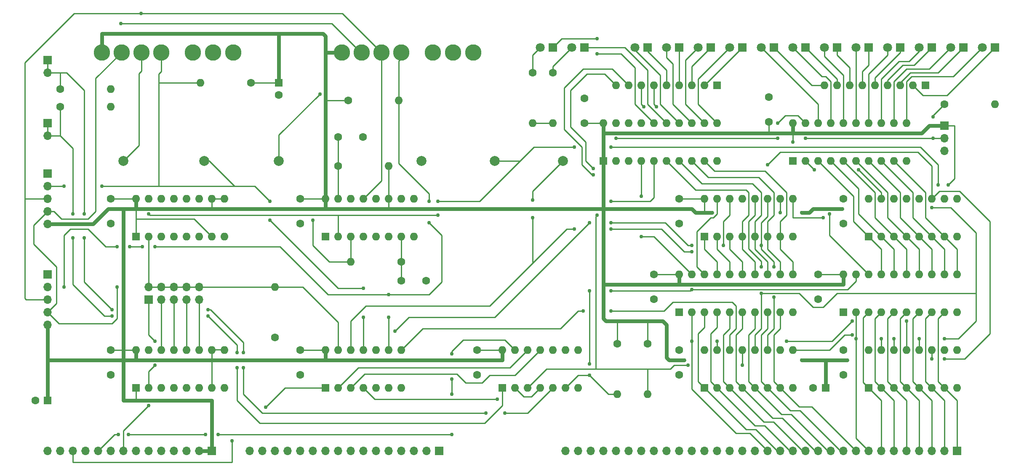
<source format=gtl>
%TF.GenerationSoftware,KiCad,Pcbnew,(7.0.0)*%
%TF.CreationDate,2023-09-24T17:53:57-07:00*%
%TF.ProjectId,gamepad,67616d65-7061-4642-9e6b-696361645f70,rev?*%
%TF.SameCoordinates,Original*%
%TF.FileFunction,Copper,L1,Top*%
%TF.FilePolarity,Positive*%
%FSLAX46Y46*%
G04 Gerber Fmt 4.6, Leading zero omitted, Abs format (unit mm)*
G04 Created by KiCad (PCBNEW (7.0.0)) date 2023-09-24 17:53:57*
%MOMM*%
%LPD*%
G01*
G04 APERTURE LIST*
%TA.AperFunction,ComponentPad*%
%ADD10R,1.800000X1.800000*%
%TD*%
%TA.AperFunction,ComponentPad*%
%ADD11C,1.800000*%
%TD*%
%TA.AperFunction,ComponentPad*%
%ADD12R,1.700000X1.700000*%
%TD*%
%TA.AperFunction,ComponentPad*%
%ADD13O,1.700000X1.700000*%
%TD*%
%TA.AperFunction,ComponentPad*%
%ADD14C,1.600000*%
%TD*%
%TA.AperFunction,ComponentPad*%
%ADD15R,1.600000X1.600000*%
%TD*%
%TA.AperFunction,ComponentPad*%
%ADD16O,1.600000X1.600000*%
%TD*%
%TA.AperFunction,ComponentPad*%
%ADD17C,2.000000*%
%TD*%
%TA.AperFunction,ComponentPad*%
%ADD18C,3.300000*%
%TD*%
%TA.AperFunction,ViaPad*%
%ADD19C,0.762000*%
%TD*%
%TA.AperFunction,Conductor*%
%ADD20C,0.762000*%
%TD*%
%TA.AperFunction,Conductor*%
%ADD21C,0.254000*%
%TD*%
G04 APERTURE END LIST*
D10*
%TO.P,D9,1,K*%
%TO.N,Net-(D9-K)*%
X200659999Y-63499999D03*
D11*
%TO.P,D9,2,A*%
%TO.N,/PAD 1 LED 8*%
X198120000Y-63500000D03*
%TD*%
D12*
%TO.P,J3,1,B_00*%
%TO.N,unconnected-(J3-B_00-Pad1)*%
X139699999Y-144779999D03*
D13*
%TO.P,J3,2,B_01*%
%TO.N,unconnected-(J3-B_01-Pad2)*%
X137159999Y-144779999D03*
%TO.P,J3,3,B_02*%
%TO.N,unconnected-(J3-B_02-Pad3)*%
X134619999Y-144779999D03*
%TO.P,J3,4,B_03*%
%TO.N,unconnected-(J3-B_03-Pad4)*%
X132079999Y-144779999D03*
%TO.P,J3,5,B_04*%
%TO.N,unconnected-(J3-B_04-Pad5)*%
X129539999Y-144779999D03*
%TO.P,J3,6,B_05*%
%TO.N,unconnected-(J3-B_05-Pad6)*%
X126999999Y-144779999D03*
%TO.P,J3,7,B_06*%
%TO.N,unconnected-(J3-B_06-Pad7)*%
X124459999Y-144779999D03*
%TO.P,J3,8,B_07*%
%TO.N,unconnected-(J3-B_07-Pad8)*%
X121919999Y-144779999D03*
%TO.P,J3,9,B_08*%
%TO.N,unconnected-(J3-B_08-Pad9)*%
X119379999Y-144779999D03*
%TO.P,J3,10,B_09*%
%TO.N,unconnected-(J3-B_09-Pad10)*%
X116839999Y-144779999D03*
%TO.P,J3,11,B_10*%
%TO.N,unconnected-(J3-B_10-Pad11)*%
X114299999Y-144779999D03*
%TO.P,J3,12,B_11*%
%TO.N,unconnected-(J3-B_11-Pad12)*%
X111759999Y-144779999D03*
%TO.P,J3,13,B_12*%
%TO.N,unconnected-(J3-B_12-Pad13)*%
X109219999Y-144779999D03*
%TO.P,J3,14,B_13*%
%TO.N,unconnected-(J3-B_13-Pad14)*%
X106679999Y-144779999D03*
%TO.P,J3,15,B_14*%
%TO.N,unconnected-(J3-B_14-Pad15)*%
X104139999Y-144779999D03*
%TO.P,J3,16,B_15*%
%TO.N,unconnected-(J3-B_15-Pad16)*%
X101599999Y-144779999D03*
%TD*%
D14*
%TO.P,C3,1*%
%TO.N,VCC*%
X187960000Y-93980000D03*
%TO.P,C3,2*%
%TO.N,GND*%
X187960000Y-98980000D03*
%TD*%
D15*
%TO.P,C97,1*%
%TO.N,VCC*%
X107441999Y-70611999D03*
D14*
%TO.P,C97,2*%
%TO.N,GND*%
X107442000Y-73112000D03*
%TD*%
%TO.P,C2,1*%
%TO.N,VCC*%
X147320000Y-124460000D03*
%TO.P,C2,2*%
%TO.N,GND*%
X147320000Y-129460000D03*
%TD*%
D10*
%TO.P,D13,1,K*%
%TO.N,/~{PAD 2 OE LED}*%
X168909999Y-63499999D03*
D11*
%TO.P,D13,2,A*%
%TO.N,Net-(D13-A)*%
X166370000Y-63500000D03*
%TD*%
D15*
%TO.P,U11,1,DIR*%
%TO.N,VCC*%
X210819999Y-86359999D03*
D16*
%TO.P,U11,2,A1*%
%TO.N,/PAD 1 SHIFT 07*%
X213359999Y-86359999D03*
%TO.P,U11,3,A2*%
%TO.N,/PAD 1 SHIFT 06*%
X215899999Y-86359999D03*
%TO.P,U11,4,A3*%
%TO.N,/PAD 1 SHIFT 05*%
X218439999Y-86359999D03*
%TO.P,U11,5,A3*%
%TO.N,/PAD 1 SHIFT 04*%
X220979999Y-86359999D03*
%TO.P,U11,6,A5*%
%TO.N,/PAD 1 SHIFT 03*%
X223519999Y-86359999D03*
%TO.P,U11,7,A6*%
%TO.N,/PAD 1 SHIFT 02*%
X226059999Y-86359999D03*
%TO.P,U11,8,A7*%
%TO.N,/PAD 1 SHIFT 01*%
X228599999Y-86359999D03*
%TO.P,U11,9,A8*%
%TO.N,/PAD 1 SHIFT 00*%
X231139999Y-86359999D03*
%TO.P,U11,10,GND*%
%TO.N,GND*%
X233679999Y-86359999D03*
%TO.P,U11,11,B8*%
%TO.N,/PAD 1 LED 0*%
X233679999Y-78739999D03*
%TO.P,U11,12,B7*%
%TO.N,/PAD 1 LED 1*%
X231139999Y-78739999D03*
%TO.P,U11,13,B6*%
%TO.N,/PAD 1 LED 2*%
X228599999Y-78739999D03*
%TO.P,U11,14,B5*%
%TO.N,/PAD 1 LED 3*%
X226059999Y-78739999D03*
%TO.P,U11,15,B4*%
%TO.N,/PAD 1 LED 4*%
X223519999Y-78739999D03*
%TO.P,U11,16,B3*%
%TO.N,/PAD 1 LED 5*%
X220979999Y-78739999D03*
%TO.P,U11,17,B2*%
%TO.N,/PAD 1 LED 6*%
X218439999Y-78739999D03*
%TO.P,U11,18,B1*%
%TO.N,/PAD 1 LED 7*%
X215899999Y-78739999D03*
%TO.P,U11,19,~{OE}*%
%TO.N,/~{LED ENABLE}*%
X213359999Y-78739999D03*
%TO.P,U11,20,VCC*%
%TO.N,VCC*%
X210819999Y-78739999D03*
%TD*%
D14*
%TO.P,C7,1*%
%TO.N,VCC*%
X111760000Y-124460000D03*
%TO.P,C7,2*%
%TO.N,GND*%
X111760000Y-129460000D03*
%TD*%
D10*
%TO.P,D8,1,K*%
%TO.N,Net-(D8-K)*%
X207009999Y-63499999D03*
D11*
%TO.P,D8,2,A*%
%TO.N,/PAD 1 LED 7*%
X204470000Y-63500000D03*
%TD*%
D14*
%TO.P,C8,1*%
%TO.N,VCC*%
X111760000Y-93980000D03*
%TO.P,C8,2*%
%TO.N,GND*%
X111760000Y-98980000D03*
%TD*%
D15*
%TO.P,U1,1,~{MR}*%
%TO.N,VCC*%
X78739999Y-132079999D03*
D16*
%TO.P,U1,2,CP*%
%TO.N,/CTL_CLK*%
X81279999Y-132079999D03*
%TO.P,U1,3,P0*%
%TO.N,GND*%
X83819999Y-132079999D03*
%TO.P,U1,4,P1*%
X86359999Y-132079999D03*
%TO.P,U1,5,P2*%
X88899999Y-132079999D03*
%TO.P,U1,6,P3*%
X91439999Y-132079999D03*
%TO.P,U1,7,PE*%
%TO.N,VCC*%
X93979999Y-132079999D03*
%TO.P,U1,8,GND*%
%TO.N,GND*%
X96519999Y-132079999D03*
%TO.P,U1,9,~{SPE}*%
%TO.N,VCC*%
X96519999Y-124459999D03*
%TO.P,U1,10,TE*%
X93979999Y-124459999D03*
%TO.P,U1,11,Q3*%
%TO.N,/CLK DIV 16*%
X91439999Y-124459999D03*
%TO.P,U1,12,Q2*%
%TO.N,/CLK DIV 8*%
X88899999Y-124459999D03*
%TO.P,U1,13,Q1*%
%TO.N,/CLK DIV 4*%
X86359999Y-124459999D03*
%TO.P,U1,14,Q0*%
%TO.N,/CLK DIV 2*%
X83819999Y-124459999D03*
%TO.P,U1,15,TC*%
%TO.N,unconnected-(U1-TC-Pad15)*%
X81279999Y-124459999D03*
%TO.P,U1,16,VCC*%
%TO.N,VCC*%
X78739999Y-124459999D03*
%TD*%
D15*
%TO.P,U6,1,QB*%
%TO.N,/DATA_BUS_06*%
X226059999Y-132079999D03*
D16*
%TO.P,U6,2,QC*%
%TO.N,/DATA_BUS_05*%
X228599999Y-132079999D03*
%TO.P,U6,3,QD*%
%TO.N,/DATA_BUS_04*%
X231139999Y-132079999D03*
%TO.P,U6,4,QE*%
%TO.N,/DATA_BUS_03*%
X233679999Y-132079999D03*
%TO.P,U6,5,QF*%
%TO.N,/DATA_BUS_02*%
X236219999Y-132079999D03*
%TO.P,U6,6,QG*%
%TO.N,/DATA_BUS_01*%
X238759999Y-132079999D03*
%TO.P,U6,7,QH*%
%TO.N,/DATA_BUS_00*%
X241299999Y-132079999D03*
%TO.P,U6,8,GND*%
%TO.N,GND*%
X243839999Y-132079999D03*
%TO.P,U6,9,QH'*%
%TO.N,unconnected-(U6-QH'-Pad9)*%
X243839999Y-124459999D03*
%TO.P,U6,10,~{SRCLR}*%
%TO.N,VCC*%
X241299999Y-124459999D03*
%TO.P,U6,11,SRCLK*%
%TO.N,/~{BASE CLK}*%
X238759999Y-124459999D03*
%TO.P,U6,12,RCLK*%
%TO.N,/TC*%
X236219999Y-124459999D03*
%TO.P,U6,13,~{OE}*%
%TO.N,/PAD 2 ~{OE}*%
X233679999Y-124459999D03*
%TO.P,U6,14,SER*%
%TO.N,Net-(U5-QH')*%
X231139999Y-124459999D03*
%TO.P,U6,15,QA*%
%TO.N,/DATA_BUS_07*%
X228599999Y-124459999D03*
%TO.P,U6,16,VCC*%
%TO.N,VCC*%
X226059999Y-124459999D03*
%TD*%
D12*
%TO.P,J7,1,Pin_1*%
%TO.N,GND*%
X60959999Y-88899999D03*
D13*
%TO.P,J7,2,Pin_2*%
%TO.N,/PAD 1 DATA*%
X60959999Y-91439999D03*
%TO.P,J7,3,Pin_3*%
%TO.N,/GAMEPAD LATCH*%
X60959999Y-93979999D03*
%TO.P,J7,4,Pin_4*%
%TO.N,/BASE CLK*%
X60959999Y-96519999D03*
%TO.P,J7,5,Pin_5*%
%TO.N,VCC*%
X60959999Y-99059999D03*
%TD*%
D14*
%TO.P,R2,1*%
%TO.N,Net-(D14-A)*%
X158496000Y-68580000D03*
D16*
%TO.P,R2,2*%
%TO.N,VCC*%
X158495999Y-78739999D03*
%TD*%
D14*
%TO.P,R4,1*%
%TO.N,GND*%
X106680000Y-121920000D03*
D16*
%TO.P,R4,2*%
%TO.N,/BASE CLK*%
X106679999Y-111759999D03*
%TD*%
D15*
%TO.P,RN1,1,common*%
%TO.N,GND*%
X195579999Y-71119999D03*
D16*
%TO.P,RN1,2,R1*%
%TO.N,Net-(D9-K)*%
X193039999Y-71119999D03*
%TO.P,RN1,3,R2*%
%TO.N,Net-(D10-K)*%
X190499999Y-71119999D03*
%TO.P,RN1,4,R3*%
%TO.N,Net-(D11-K)*%
X187959999Y-71119999D03*
%TO.P,RN1,5,R4*%
%TO.N,Net-(D12-K)*%
X185419999Y-71119999D03*
%TO.P,RN1,6,R5*%
%TO.N,Net-(RN1-R5)*%
X182879999Y-71119999D03*
%TO.P,RN1,7,R6*%
%TO.N,Net-(RN1-R6)*%
X180339999Y-71119999D03*
%TO.P,RN1,8,R7*%
%TO.N,Net-(RN1-R7)*%
X177799999Y-71119999D03*
%TO.P,RN1,9,R8*%
%TO.N,Net-(RN1-R8)*%
X175259999Y-71119999D03*
%TD*%
D17*
%TO.P,TP1,1,1*%
%TO.N,/GAMEPAD LATCH*%
X76200000Y-86360000D03*
%TD*%
D10*
%TO.P,D7,1,K*%
%TO.N,Net-(D7-K)*%
X213359999Y-63499999D03*
D11*
%TO.P,D7,2,A*%
%TO.N,/PAD 1 LED 6*%
X210820000Y-63500000D03*
%TD*%
D14*
%TO.P,C5,1*%
%TO.N,VCC*%
X187960000Y-124460000D03*
%TO.P,C5,2*%
%TO.N,GND*%
X187960000Y-129460000D03*
%TD*%
D17*
%TO.P,TP6,1,1*%
%TO.N,/~{BASE CLK}*%
X164592000Y-86360000D03*
%TD*%
D14*
%TO.P,R5,1*%
%TO.N,/PAD 1 ADDRD*%
X63500000Y-71896000D03*
D16*
%TO.P,R5,2*%
%TO.N,GND*%
X73659999Y-71895999D03*
%TD*%
D14*
%TO.P,C1,1*%
%TO.N,VCC*%
X73660000Y-124460000D03*
%TO.P,C1,2*%
%TO.N,GND*%
X73660000Y-129460000D03*
%TD*%
D12*
%TO.P,J2,1,VCC*%
%TO.N,VCC*%
X93979999Y-144779999D03*
D13*
%TO.P,J2,2,VCC*%
X91439999Y-144779999D03*
%TO.P,J2,3,GND*%
%TO.N,GND*%
X88899999Y-144779999D03*
%TO.P,J2,4,GND*%
X86359999Y-144779999D03*
%TO.P,J2,5,NC*%
%TO.N,unconnected-(J2-NC-Pad5)*%
X83819999Y-144779999D03*
%TO.P,J2,6,DCLK*%
%TO.N,/DATA_CLK*%
X81279999Y-144779999D03*
%TO.P,J2,7,NC*%
%TO.N,unconnected-(J2-NC-Pad7)*%
X78739999Y-144779999D03*
%TO.P,J2,8,CCLK*%
%TO.N,/CTL_CLK*%
X76199999Y-144779999D03*
%TO.P,J2,9,NC*%
%TO.N,unconnected-(J2-NC-Pad9)*%
X73659999Y-144779999D03*
%TO.P,J2,10,MEM_ACT*%
%TO.N,/MEM_ACTIVE*%
X71119999Y-144779999D03*
%TO.P,J2,11,NC*%
%TO.N,unconnected-(J2-NC-Pad11)*%
X68579999Y-144779999D03*
%TO.P,J2,12,RFM_WTM*%
%TO.N,/RFM_WTM*%
X66039999Y-144779999D03*
%TO.P,J2,13,NC*%
%TO.N,unconnected-(J2-NC-Pad13)*%
X63499999Y-144779999D03*
%TO.P,J2,14,RST*%
%TO.N,/RESET*%
X60959999Y-144779999D03*
%TD*%
D14*
%TO.P,R3,1*%
%TO.N,/~{LED ENABLE}*%
X241300000Y-74930000D03*
D16*
%TO.P,R3,2*%
%TO.N,GND*%
X251459999Y-74929999D03*
%TD*%
D14*
%TO.P,R12,1*%
%TO.N,VCC*%
X175514000Y-123190000D03*
D16*
%TO.P,R12,2*%
%TO.N,/PAD 1 ~{OE}*%
X175513999Y-133349999D03*
%TD*%
D12*
%TO.P,J11,1,Pin_1*%
%TO.N,VCC*%
X241299999Y-79247999D03*
D13*
%TO.P,J11,2,Pin_2*%
%TO.N,/~{LED ENABLE}*%
X241299999Y-81787999D03*
%TO.P,J11,3,Pin_3*%
%TO.N,GND*%
X241299999Y-84327999D03*
%TD*%
D15*
%TO.P,C99,1*%
%TO.N,VCC*%
X60959999Y-134619999D03*
D14*
%TO.P,C99,2*%
%TO.N,GND*%
X58460000Y-134620000D03*
%TD*%
D15*
%TO.P,U13,1,DIR*%
%TO.N,GND*%
X220979999Y-116839999D03*
D16*
%TO.P,U13,2,A1*%
%TO.N,/DATA_BUS_07*%
X223519999Y-116839999D03*
%TO.P,U13,3,A2*%
%TO.N,/DATA_BUS_06*%
X226059999Y-116839999D03*
%TO.P,U13,4,A3*%
%TO.N,/DATA_BUS_05*%
X228599999Y-116839999D03*
%TO.P,U13,5,A3*%
%TO.N,/DATA_BUS_04*%
X231139999Y-116839999D03*
%TO.P,U13,6,A5*%
%TO.N,/DATA_BUS_03*%
X233679999Y-116839999D03*
%TO.P,U13,7,A6*%
%TO.N,/DATA_BUS_02*%
X236219999Y-116839999D03*
%TO.P,U13,8,A7*%
%TO.N,/DATA_BUS_01*%
X238759999Y-116839999D03*
%TO.P,U13,9,A8*%
%TO.N,/DATA_BUS_00*%
X241299999Y-116839999D03*
%TO.P,U13,10,GND*%
%TO.N,GND*%
X243839999Y-116839999D03*
%TO.P,U13,11,B8*%
%TO.N,/PAD 1 SHIFT 00*%
X243839999Y-109219999D03*
%TO.P,U13,12,B7*%
%TO.N,/PAD 1 SHIFT 01*%
X241299999Y-109219999D03*
%TO.P,U13,13,B6*%
%TO.N,/PAD 1 SHIFT 02*%
X238759999Y-109219999D03*
%TO.P,U13,14,B5*%
%TO.N,/PAD 1 SHIFT 03*%
X236219999Y-109219999D03*
%TO.P,U13,15,B4*%
%TO.N,/PAD 1 SHIFT 04*%
X233679999Y-109219999D03*
%TO.P,U13,16,B3*%
%TO.N,/PAD 1 SHIFT 05*%
X231139999Y-109219999D03*
%TO.P,U13,17,B2*%
%TO.N,/PAD 1 SHIFT 06*%
X228599999Y-109219999D03*
%TO.P,U13,18,B1*%
%TO.N,/PAD 1 SHIFT 07*%
X226059999Y-109219999D03*
%TO.P,U13,19,~{OE}*%
%TO.N,/PAD 1 ~{OE}*%
X223519999Y-109219999D03*
%TO.P,U13,20,VCC*%
%TO.N,VCC*%
X220979999Y-109219999D03*
%TD*%
D14*
%TO.P,R1,1*%
%TO.N,Net-(D13-A)*%
X162560000Y-68580000D03*
D16*
%TO.P,R1,2*%
%TO.N,VCC*%
X162559999Y-78739999D03*
%TD*%
D15*
%TO.P,RN2,1,common*%
%TO.N,GND*%
X237489999Y-71119999D03*
D16*
%TO.P,RN2,2,R1*%
%TO.N,Net-(D1-K)*%
X234949999Y-71119999D03*
%TO.P,RN2,3,R2*%
%TO.N,Net-(D2-K)*%
X232409999Y-71119999D03*
%TO.P,RN2,4,R3*%
%TO.N,Net-(D3-K)*%
X229869999Y-71119999D03*
%TO.P,RN2,5,R4*%
%TO.N,Net-(D4-K)*%
X227329999Y-71119999D03*
%TO.P,RN2,6,R5*%
%TO.N,Net-(D5-K)*%
X224789999Y-71119999D03*
%TO.P,RN2,7,R6*%
%TO.N,Net-(D6-K)*%
X222249999Y-71119999D03*
%TO.P,RN2,8,R7*%
%TO.N,Net-(D7-K)*%
X219709999Y-71119999D03*
%TO.P,RN2,9,R8*%
%TO.N,Net-(D8-K)*%
X217169999Y-71119999D03*
%TD*%
D15*
%TO.P,U9,1,~{MR}*%
%TO.N,VCC*%
X78739999Y-101599999D03*
D16*
%TO.P,U9,2,CP*%
%TO.N,/BASE CLK*%
X81279999Y-101599999D03*
%TO.P,U9,3,P0*%
%TO.N,GND*%
X83819999Y-101599999D03*
%TO.P,U9,4,P1*%
X86359999Y-101599999D03*
%TO.P,U9,5,P2*%
X88899999Y-101599999D03*
%TO.P,U9,6,P3*%
X91439999Y-101599999D03*
%TO.P,U9,7,PE*%
%TO.N,VCC*%
X93979999Y-101599999D03*
%TO.P,U9,8,GND*%
%TO.N,GND*%
X96519999Y-101599999D03*
%TO.P,U9,9,~{SPE}*%
%TO.N,VCC*%
X96519999Y-93979999D03*
%TO.P,U9,10,TE*%
X93979999Y-93979999D03*
%TO.P,U9,11,Q3*%
%TO.N,unconnected-(U9-Q3-Pad11)*%
X91439999Y-93979999D03*
%TO.P,U9,12,Q2*%
%TO.N,unconnected-(U9-Q2-Pad12)*%
X88899999Y-93979999D03*
%TO.P,U9,13,Q1*%
%TO.N,unconnected-(U9-Q1-Pad13)*%
X86359999Y-93979999D03*
%TO.P,U9,14,Q0*%
%TO.N,unconnected-(U9-Q0-Pad14)*%
X83819999Y-93979999D03*
%TO.P,U9,15,TC*%
%TO.N,/TC*%
X81279999Y-93979999D03*
%TO.P,U9,16,VCC*%
%TO.N,VCC*%
X78739999Y-93979999D03*
%TD*%
D17*
%TO.P,TP2,1,1*%
%TO.N,/PAD 1 DATA*%
X92456000Y-86360000D03*
%TD*%
D14*
%TO.P,R11,1*%
%TO.N,VCC*%
X181610000Y-123190000D03*
D16*
%TO.P,R11,2*%
%TO.N,/PAD 2 ~{OE}*%
X181609999Y-133349999D03*
%TD*%
D10*
%TO.P,D4,1,K*%
%TO.N,Net-(D4-K)*%
X232409999Y-63499999D03*
D11*
%TO.P,D4,2,A*%
%TO.N,/PAD 1 LED 3*%
X229870000Y-63500000D03*
%TD*%
D10*
%TO.P,D6,1,K*%
%TO.N,Net-(D6-K)*%
X219709999Y-63499999D03*
D11*
%TO.P,D6,2,A*%
%TO.N,/PAD 1 LED 5*%
X217170000Y-63500000D03*
%TD*%
D15*
%TO.P,U3,1,QB*%
%TO.N,/PAD 1 SHIFT 14*%
X193039999Y-101599999D03*
D16*
%TO.P,U3,2,QC*%
%TO.N,/PAD 1 SHIFT 13*%
X195579999Y-101599999D03*
%TO.P,U3,3,QD*%
%TO.N,/PAD 1 SHIFT 12*%
X198119999Y-101599999D03*
%TO.P,U3,4,QE*%
%TO.N,/PAD 1 SHIFT 11*%
X200659999Y-101599999D03*
%TO.P,U3,5,QF*%
%TO.N,/PAD 1 SHIFT 10*%
X203199999Y-101599999D03*
%TO.P,U3,6,QG*%
%TO.N,/PAD 1 SHIFT 09*%
X205739999Y-101599999D03*
%TO.P,U3,7,QH*%
%TO.N,/PAD 1 SHIFT 08*%
X208279999Y-101599999D03*
%TO.P,U3,8,GND*%
%TO.N,GND*%
X210819999Y-101599999D03*
%TO.P,U3,9,QH'*%
%TO.N,Net-(U3-QH')*%
X210819999Y-93979999D03*
%TO.P,U3,10,~{SRCLR}*%
%TO.N,VCC*%
X208279999Y-93979999D03*
%TO.P,U3,11,SRCLK*%
%TO.N,/~{BASE CLK}*%
X205739999Y-93979999D03*
%TO.P,U3,12,RCLK*%
%TO.N,/TC*%
X203199999Y-93979999D03*
%TO.P,U3,13,~{OE}*%
%TO.N,GND*%
X200659999Y-93979999D03*
%TO.P,U3,14,SER*%
%TO.N,Net-(U3-SER)*%
X198119999Y-93979999D03*
%TO.P,U3,15,QA*%
%TO.N,/PAD 1 SHIFT 15*%
X195579999Y-93979999D03*
%TO.P,U3,16,VCC*%
%TO.N,VCC*%
X193039999Y-93979999D03*
%TD*%
D12*
%TO.P,J4,1,Pin_1*%
%TO.N,/PAD 1 ADDRD*%
X60959999Y-66039999D03*
D13*
%TO.P,J4,2,Pin_2*%
X60959999Y-68579999D03*
%TD*%
D14*
%TO.P,C4,1*%
%TO.N,VCC*%
X220980000Y-93980000D03*
%TO.P,C4,2*%
%TO.N,GND*%
X220980000Y-98980000D03*
%TD*%
D15*
%TO.P,U4,1,QB*%
%TO.N,/PAD 1 SHIFT 06*%
X226059999Y-101599999D03*
D16*
%TO.P,U4,2,QC*%
%TO.N,/PAD 1 SHIFT 05*%
X228599999Y-101599999D03*
%TO.P,U4,3,QD*%
%TO.N,/PAD 1 SHIFT 04*%
X231139999Y-101599999D03*
%TO.P,U4,4,QE*%
%TO.N,/PAD 1 SHIFT 03*%
X233679999Y-101599999D03*
%TO.P,U4,5,QF*%
%TO.N,/PAD 1 SHIFT 02*%
X236219999Y-101599999D03*
%TO.P,U4,6,QG*%
%TO.N,/PAD 1 SHIFT 01*%
X238759999Y-101599999D03*
%TO.P,U4,7,QH*%
%TO.N,/PAD 1 SHIFT 00*%
X241299999Y-101599999D03*
%TO.P,U4,8,GND*%
%TO.N,GND*%
X243839999Y-101599999D03*
%TO.P,U4,9,QH'*%
%TO.N,unconnected-(U4-QH'-Pad9)*%
X243839999Y-93979999D03*
%TO.P,U4,10,~{SRCLR}*%
%TO.N,VCC*%
X241299999Y-93979999D03*
%TO.P,U4,11,SRCLK*%
%TO.N,/~{BASE CLK}*%
X238759999Y-93979999D03*
%TO.P,U4,12,RCLK*%
%TO.N,/TC*%
X236219999Y-93979999D03*
%TO.P,U4,13,~{OE}*%
%TO.N,GND*%
X233679999Y-93979999D03*
%TO.P,U4,14,SER*%
%TO.N,Net-(U3-QH')*%
X231139999Y-93979999D03*
%TO.P,U4,15,QA*%
%TO.N,/PAD 1 SHIFT 07*%
X228599999Y-93979999D03*
%TO.P,U4,16,VCC*%
%TO.N,VCC*%
X226059999Y-93979999D03*
%TD*%
D14*
%TO.P,C16,1*%
%TO.N,GND*%
X168910000Y-73740000D03*
%TO.P,C16,2*%
%TO.N,VCC*%
X168910000Y-78740000D03*
%TD*%
D15*
%TO.P,U10,1,DIR*%
%TO.N,VCC*%
X172719999Y-86359999D03*
D16*
%TO.P,U10,2,A1*%
%TO.N,Net-(RN1-R8)*%
X175259999Y-86359999D03*
%TO.P,U10,3,A2*%
%TO.N,Net-(RN1-R7)*%
X177799999Y-86359999D03*
%TO.P,U10,4,A3*%
%TO.N,/PAD 1 ~{OE}*%
X180339999Y-86359999D03*
%TO.P,U10,5,A3*%
%TO.N,/PAD 2 ~{OE}*%
X182879999Y-86359999D03*
%TO.P,U10,6,A5*%
%TO.N,/PAD 1 SHIFT 11*%
X185419999Y-86359999D03*
%TO.P,U10,7,A6*%
%TO.N,/PAD 1 SHIFT 10*%
X187959999Y-86359999D03*
%TO.P,U10,8,A7*%
%TO.N,/PAD 1 SHIFT 09*%
X190499999Y-86359999D03*
%TO.P,U10,9,A8*%
%TO.N,/PAD 1 SHIFT 08*%
X193039999Y-86359999D03*
%TO.P,U10,10,GND*%
%TO.N,GND*%
X195579999Y-86359999D03*
%TO.P,U10,11,B8*%
%TO.N,/PAD 1 LED 8*%
X195579999Y-78739999D03*
%TO.P,U10,12,B7*%
%TO.N,/PAD 1 LED 9*%
X193039999Y-78739999D03*
%TO.P,U10,13,B6*%
%TO.N,/PAD 1 LED 10*%
X190499999Y-78739999D03*
%TO.P,U10,14,B5*%
%TO.N,/PAD 1 LED 11*%
X187959999Y-78739999D03*
%TO.P,U10,15,B4*%
%TO.N,/~{PAD 2 OE LED}*%
X185419999Y-78739999D03*
%TO.P,U10,16,B3*%
%TO.N,/~{PAD 1 OE LED}*%
X182879999Y-78739999D03*
%TO.P,U10,17,B2*%
%TO.N,Net-(RN1-R5)*%
X180339999Y-78739999D03*
%TO.P,U10,18,B1*%
%TO.N,Net-(RN1-R6)*%
X177799999Y-78739999D03*
%TO.P,U10,19,~{OE}*%
%TO.N,/~{LED ENABLE}*%
X175259999Y-78739999D03*
%TO.P,U10,20,VCC*%
%TO.N,VCC*%
X172719999Y-78739999D03*
%TD*%
D12*
%TO.P,J6,1,Pin_1*%
%TO.N,/CTL_CLK*%
X81279999Y-114299999D03*
D13*
%TO.P,J6,2,Pin_2*%
%TO.N,/BASE CLK*%
X81279999Y-111759999D03*
%TO.P,J6,3,Pin_3*%
%TO.N,/CLK DIV 2*%
X83819999Y-114299999D03*
%TO.P,J6,4,Pin_4*%
%TO.N,/BASE CLK*%
X83819999Y-111759999D03*
%TO.P,J6,5,Pin_5*%
%TO.N,/CLK DIV 4*%
X86359999Y-114299999D03*
%TO.P,J6,6,Pin_6*%
%TO.N,/BASE CLK*%
X86359999Y-111759999D03*
%TO.P,J6,7,Pin_7*%
%TO.N,/CLK DIV 8*%
X88899999Y-114299999D03*
%TO.P,J6,8,Pin_8*%
%TO.N,/BASE CLK*%
X88899999Y-111759999D03*
%TO.P,J6,9,Pin_9*%
%TO.N,/CLK DIV 16*%
X91439999Y-114299999D03*
%TO.P,J6,10,Pin_10*%
%TO.N,/BASE CLK*%
X91439999Y-111759999D03*
%TD*%
D14*
%TO.P,C10,1*%
%TO.N,Net-(U2A-RCext)*%
X119380000Y-81534000D03*
%TO.P,C10,2*%
%TO.N,GND*%
X124380000Y-81534000D03*
%TD*%
D17*
%TO.P,TP4,1,1*%
%TO.N,/TC*%
X150876000Y-86360000D03*
%TD*%
D14*
%TO.P,C9,1*%
%TO.N,VCC*%
X73660000Y-93980000D03*
%TO.P,C9,2*%
%TO.N,GND*%
X73660000Y-98980000D03*
%TD*%
D12*
%TO.P,J5,1,Pin_1*%
%TO.N,/PAD 2 ADDRD*%
X60959999Y-78739999D03*
D13*
%TO.P,J5,2,Pin_2*%
X60959999Y-81279999D03*
%TD*%
D14*
%TO.P,C13,1*%
%TO.N,VCC*%
X215900000Y-109220000D03*
%TO.P,C13,2*%
%TO.N,GND*%
X215900000Y-114220000D03*
%TD*%
%TO.P,C15,1*%
%TO.N,GND*%
X205994000Y-73486000D03*
%TO.P,C15,2*%
%TO.N,VCC*%
X205994000Y-78486000D03*
%TD*%
D18*
%TO.P,J8,1,Pin_1*%
%TO.N,GND*%
X98270000Y-64516000D03*
%TO.P,J8,2,Pin_2*%
%TO.N,unconnected-(J8-Pin_2-Pad2)*%
X94220000Y-64516000D03*
%TO.P,J8,3,Pin_3*%
%TO.N,unconnected-(J8-Pin_3-Pad3)*%
X90170000Y-64516000D03*
%TO.P,J8,4,Pin_4*%
%TO.N,/PAD 1 DATA*%
X83770000Y-64516000D03*
%TO.P,J8,5,Pin_5*%
%TO.N,/GAMEPAD LATCH*%
X79786666Y-64516000D03*
%TO.P,J8,6,Pin_6*%
%TO.N,/BASE CLK*%
X75803333Y-64516000D03*
%TO.P,J8,7,Pin_7*%
%TO.N,VCC*%
X71820000Y-64516000D03*
%TD*%
D17*
%TO.P,TP3,1,1*%
%TO.N,GND*%
X136144000Y-86360000D03*
%TD*%
D10*
%TO.P,D5,1,K*%
%TO.N,Net-(D5-K)*%
X226059999Y-63499999D03*
D11*
%TO.P,D5,2,A*%
%TO.N,/PAD 1 LED 4*%
X223520000Y-63500000D03*
%TD*%
D14*
%TO.P,C12,1*%
%TO.N,VCC*%
X182880000Y-109220000D03*
%TO.P,C12,2*%
%TO.N,GND*%
X182880000Y-114220000D03*
%TD*%
D10*
%TO.P,D10,1,K*%
%TO.N,Net-(D10-K)*%
X194309999Y-63499999D03*
D11*
%TO.P,D10,2,A*%
%TO.N,/PAD 1 LED 9*%
X191770000Y-63500000D03*
%TD*%
D10*
%TO.P,D12,1,K*%
%TO.N,Net-(D12-K)*%
X181609999Y-63499999D03*
D11*
%TO.P,D12,2,A*%
%TO.N,/PAD 1 LED 11*%
X179070000Y-63500000D03*
%TD*%
D15*
%TO.P,U8,1*%
%TO.N,/PAD 2 ADDRD*%
X152399999Y-132079999D03*
D16*
%TO.P,U8,2*%
%TO.N,/MEMACTIVE_RFM*%
X154939999Y-132079999D03*
%TO.P,U8,3*%
%TO.N,/PAD 2 ~{OE}*%
X157479999Y-132079999D03*
%TO.P,U8,4*%
%TO.N,/MEMACTIVE_RFM*%
X160019999Y-132079999D03*
%TO.P,U8,5*%
%TO.N,/PAD 1 ADDRD*%
X162559999Y-132079999D03*
%TO.P,U8,6*%
%TO.N,/PAD 1 ~{OE}*%
X165099999Y-132079999D03*
%TO.P,U8,7,GND*%
%TO.N,GND*%
X167639999Y-132079999D03*
%TO.P,U8,8*%
%TO.N,unconnected-(U8-Pad8)*%
X167639999Y-124459999D03*
%TO.P,U8,9*%
%TO.N,GND*%
X165099999Y-124459999D03*
%TO.P,U8,10*%
X162559999Y-124459999D03*
%TO.P,U8,11*%
%TO.N,Net-(U14-Pad3)*%
X160019999Y-124459999D03*
%TO.P,U8,12*%
%TO.N,Net-(U14-Pad2)*%
X157479999Y-124459999D03*
%TO.P,U8,13*%
%TO.N,/MEM_ACTIVE*%
X154939999Y-124459999D03*
%TO.P,U8,14,VCC*%
%TO.N,VCC*%
X152399999Y-124459999D03*
%TD*%
D15*
%TO.P,C98,1*%
%TO.N,VCC*%
X217383999Y-132079999D03*
D14*
%TO.P,C98,2*%
%TO.N,GND*%
X214884000Y-132080000D03*
%TD*%
D15*
%TO.P,U2,1,A*%
%TO.N,GND*%
X116839999Y-101599999D03*
D16*
%TO.P,U2,2,B*%
%TO.N,/TC*%
X119379999Y-101599999D03*
%TO.P,U2,3,Clr*%
%TO.N,VCC*%
X121919999Y-101599999D03*
%TO.P,U2,4,~{Q}*%
%TO.N,unconnected-(U2A-~{Q}-Pad4)*%
X124459999Y-101599999D03*
%TO.P,U2,5,Q*%
%TO.N,unconnected-(U2B-Q-Pad5)*%
X126999999Y-101599999D03*
%TO.P,U2,6,Cext*%
%TO.N,GND*%
X129539999Y-101599999D03*
%TO.P,U2,7,RCext*%
%TO.N,Net-(U2B-RCext)*%
X132079999Y-101599999D03*
%TO.P,U2,8,GND*%
%TO.N,GND*%
X134619999Y-101599999D03*
%TO.P,U2,9,A*%
X134619999Y-93979999D03*
%TO.P,U2,10,B*%
X132079999Y-93979999D03*
%TO.P,U2,11,Clr*%
%TO.N,VCC*%
X129539999Y-93979999D03*
%TO.P,U2,12,~{Q}*%
%TO.N,unconnected-(U2B-~{Q}-Pad12)*%
X126999999Y-93979999D03*
%TO.P,U2,13,Q*%
%TO.N,/GAMEPAD LATCH*%
X124459999Y-93979999D03*
%TO.P,U2,14,Cext*%
%TO.N,GND*%
X121919999Y-93979999D03*
%TO.P,U2,15,RCext*%
%TO.N,Net-(U2A-RCext)*%
X119379999Y-93979999D03*
%TO.P,U2,16,VCC*%
%TO.N,VCC*%
X116839999Y-93979999D03*
%TD*%
D10*
%TO.P,D3,1,K*%
%TO.N,Net-(D3-K)*%
X238759999Y-63499999D03*
D11*
%TO.P,D3,2,A*%
%TO.N,/PAD 1 LED 2*%
X236220000Y-63500000D03*
%TD*%
D12*
%TO.P,J9,1,Pin_1*%
%TO.N,GND*%
X60959999Y-109219999D03*
D13*
%TO.P,J9,2,Pin_2*%
%TO.N,/PAD 2 DATA*%
X60959999Y-111759999D03*
%TO.P,J9,3,Pin_3*%
%TO.N,/GAMEPAD LATCH*%
X60959999Y-114299999D03*
%TO.P,J9,4,Pin_4*%
%TO.N,/BASE CLK*%
X60959999Y-116839999D03*
%TO.P,J9,5,Pin_5*%
%TO.N,VCC*%
X60959999Y-119379999D03*
%TD*%
D10*
%TO.P,D14,1,K*%
%TO.N,/~{PAD 1 OE LED}*%
X162559999Y-63499999D03*
D11*
%TO.P,D14,2,A*%
%TO.N,Net-(D14-A)*%
X160020000Y-63500000D03*
%TD*%
D18*
%TO.P,J10,1,Pin_1*%
%TO.N,GND*%
X146530000Y-64516000D03*
%TO.P,J10,2,Pin_2*%
%TO.N,unconnected-(J10-Pin_2-Pad2)*%
X142480000Y-64516000D03*
%TO.P,J10,3,Pin_3*%
%TO.N,unconnected-(J10-Pin_3-Pad3)*%
X138430000Y-64516000D03*
%TO.P,J10,4,Pin_4*%
%TO.N,/PAD 2 DATA*%
X132030000Y-64516000D03*
%TO.P,J10,5,Pin_5*%
%TO.N,/GAMEPAD LATCH*%
X128046666Y-64516000D03*
%TO.P,J10,6,Pin_6*%
%TO.N,/BASE CLK*%
X124063333Y-64516000D03*
%TO.P,J10,7,Pin_7*%
%TO.N,VCC*%
X120080000Y-64516000D03*
%TD*%
D14*
%TO.P,R8,1*%
%TO.N,VCC*%
X121412000Y-74168000D03*
D16*
%TO.P,R8,2*%
%TO.N,/PAD 2 DATA*%
X131571999Y-74167999D03*
%TD*%
D17*
%TO.P,TP5,1,1*%
%TO.N,/BASE CLK*%
X107442000Y-86360000D03*
%TD*%
D14*
%TO.P,R10,1*%
%TO.N,Net-(U2B-RCext)*%
X132080000Y-106680000D03*
D16*
%TO.P,R10,2*%
%TO.N,VCC*%
X121919999Y-106679999D03*
%TD*%
D14*
%TO.P,C11,1*%
%TO.N,Net-(U2B-RCext)*%
X132080000Y-110490000D03*
%TO.P,C11,2*%
%TO.N,GND*%
X137080000Y-110490000D03*
%TD*%
%TO.P,R7,1*%
%TO.N,VCC*%
X101854000Y-70612000D03*
D16*
%TO.P,R7,2*%
%TO.N,/PAD 1 DATA*%
X91693999Y-70611999D03*
%TD*%
D10*
%TO.P,D2,1,K*%
%TO.N,Net-(D2-K)*%
X245109999Y-63499999D03*
D11*
%TO.P,D2,2,A*%
%TO.N,/PAD 1 LED 1*%
X242570000Y-63500000D03*
%TD*%
D15*
%TO.P,U5,1,QB*%
%TO.N,/DATA_BUS_14*%
X193039999Y-132079999D03*
D16*
%TO.P,U5,2,QC*%
%TO.N,/DATA_BUS_13*%
X195579999Y-132079999D03*
%TO.P,U5,3,QD*%
%TO.N,/DATA_BUS_12*%
X198119999Y-132079999D03*
%TO.P,U5,4,QE*%
%TO.N,/DATA_BUS_11*%
X200659999Y-132079999D03*
%TO.P,U5,5,QF*%
%TO.N,/DATA_BUS_10*%
X203199999Y-132079999D03*
%TO.P,U5,6,QG*%
%TO.N,/DATA_BUS_09*%
X205739999Y-132079999D03*
%TO.P,U5,7,QH*%
%TO.N,/DATA_BUS_08*%
X208279999Y-132079999D03*
%TO.P,U5,8,GND*%
%TO.N,GND*%
X210819999Y-132079999D03*
%TO.P,U5,9,QH'*%
%TO.N,Net-(U5-QH')*%
X210819999Y-124459999D03*
%TO.P,U5,10,~{SRCLR}*%
%TO.N,VCC*%
X208279999Y-124459999D03*
%TO.P,U5,11,SRCLK*%
%TO.N,/~{BASE CLK}*%
X205739999Y-124459999D03*
%TO.P,U5,12,RCLK*%
%TO.N,/TC*%
X203199999Y-124459999D03*
%TO.P,U5,13,~{OE}*%
%TO.N,/PAD 2 ~{OE}*%
X200659999Y-124459999D03*
%TO.P,U5,14,SER*%
%TO.N,Net-(U5-SER)*%
X198119999Y-124459999D03*
%TO.P,U5,15,QA*%
%TO.N,/DATA_BUS_15*%
X195579999Y-124459999D03*
%TO.P,U5,16,VCC*%
%TO.N,VCC*%
X193039999Y-124459999D03*
%TD*%
D12*
%TO.P,J1,1,D_00*%
%TO.N,/DATA_BUS_00*%
X243839999Y-144779999D03*
D13*
%TO.P,J1,2,D_01*%
%TO.N,/DATA_BUS_01*%
X241299999Y-144779999D03*
%TO.P,J1,3,D_02*%
%TO.N,/DATA_BUS_02*%
X238759999Y-144779999D03*
%TO.P,J1,4,D_03*%
%TO.N,/DATA_BUS_03*%
X236219999Y-144779999D03*
%TO.P,J1,5,D_04*%
%TO.N,/DATA_BUS_04*%
X233679999Y-144779999D03*
%TO.P,J1,6,D_05*%
%TO.N,/DATA_BUS_05*%
X231139999Y-144779999D03*
%TO.P,J1,7,D_06*%
%TO.N,/DATA_BUS_06*%
X228599999Y-144779999D03*
%TO.P,J1,8,D_07*%
%TO.N,/DATA_BUS_07*%
X226059999Y-144779999D03*
%TO.P,J1,9,D_08*%
%TO.N,/DATA_BUS_08*%
X223519999Y-144779999D03*
%TO.P,J1,10,D_09*%
%TO.N,/DATA_BUS_09*%
X220979999Y-144779999D03*
%TO.P,J1,11,D_10*%
%TO.N,/DATA_BUS_10*%
X218439999Y-144779999D03*
%TO.P,J1,12,D_11*%
%TO.N,/DATA_BUS_11*%
X215899999Y-144779999D03*
%TO.P,J1,13,D_12*%
%TO.N,/DATA_BUS_12*%
X213359999Y-144779999D03*
%TO.P,J1,14,D_13*%
%TO.N,/DATA_BUS_13*%
X210819999Y-144779999D03*
%TO.P,J1,15,D_14*%
%TO.N,/DATA_BUS_14*%
X208279999Y-144779999D03*
%TO.P,J1,16,D_15*%
%TO.N,/DATA_BUS_15*%
X205739999Y-144779999D03*
%TO.P,J1,17,A_00*%
%TO.N,unconnected-(J1-A_00-Pad17)*%
X203199999Y-144779999D03*
%TO.P,J1,18,A_01*%
%TO.N,unconnected-(J1-A_01-Pad18)*%
X200659999Y-144779999D03*
%TO.P,J1,19,A_02*%
%TO.N,unconnected-(J1-A_02-Pad19)*%
X198119999Y-144779999D03*
%TO.P,J1,20,A_03*%
%TO.N,unconnected-(J1-A_03-Pad20)*%
X195579999Y-144779999D03*
%TO.P,J1,21,A_04*%
%TO.N,unconnected-(J1-A_04-Pad21)*%
X193039999Y-144779999D03*
%TO.P,J1,22,A_05*%
%TO.N,unconnected-(J1-A_05-Pad22)*%
X190499999Y-144779999D03*
%TO.P,J1,23,A_06*%
%TO.N,unconnected-(J1-A_06-Pad23)*%
X187959999Y-144779999D03*
%TO.P,J1,24,A_07*%
%TO.N,unconnected-(J1-A_07-Pad24)*%
X185419999Y-144779999D03*
%TO.P,J1,25,A_08*%
%TO.N,unconnected-(J1-A_08-Pad25)*%
X182879999Y-144779999D03*
%TO.P,J1,26,A_09*%
%TO.N,unconnected-(J1-A_09-Pad26)*%
X180339999Y-144779999D03*
%TO.P,J1,27,A_10*%
%TO.N,unconnected-(J1-A_10-Pad27)*%
X177799999Y-144779999D03*
%TO.P,J1,28,A_11*%
%TO.N,unconnected-(J1-A_11-Pad28)*%
X175259999Y-144779999D03*
%TO.P,J1,29,A_12*%
%TO.N,unconnected-(J1-A_12-Pad29)*%
X172719999Y-144779999D03*
%TO.P,J1,30,A_13*%
%TO.N,unconnected-(J1-A_13-Pad30)*%
X170179999Y-144779999D03*
%TO.P,J1,31,A_14*%
%TO.N,unconnected-(J1-A_14-Pad31)*%
X167639999Y-144779999D03*
%TO.P,J1,32,A_15*%
%TO.N,unconnected-(J1-A_15-Pad32)*%
X165099999Y-144779999D03*
%TD*%
D10*
%TO.P,D11,1,K*%
%TO.N,Net-(D11-K)*%
X187959999Y-63499999D03*
D11*
%TO.P,D11,2,A*%
%TO.N,/PAD 1 LED 10*%
X185420000Y-63500000D03*
%TD*%
D14*
%TO.P,C6,1*%
%TO.N,VCC*%
X220980000Y-124460000D03*
%TO.P,C6,2*%
%TO.N,GND*%
X220980000Y-129460000D03*
%TD*%
D15*
%TO.P,U14,1*%
%TO.N,/RFM_WTM*%
X116839999Y-132079999D03*
D16*
%TO.P,U14,2*%
%TO.N,Net-(U14-Pad2)*%
X119379999Y-132079999D03*
%TO.P,U14,3*%
%TO.N,Net-(U14-Pad3)*%
X121919999Y-132079999D03*
%TO.P,U14,4*%
%TO.N,/MEMACTIVE_RFM*%
X124459999Y-132079999D03*
%TO.P,U14,5*%
%TO.N,GND*%
X126999999Y-132079999D03*
%TO.P,U14,6*%
%TO.N,unconnected-(U14-Pad6)*%
X129539999Y-132079999D03*
%TO.P,U14,7,GND*%
%TO.N,GND*%
X132079999Y-132079999D03*
%TO.P,U14,8*%
%TO.N,Net-(U5-SER)*%
X132079999Y-124459999D03*
%TO.P,U14,9*%
%TO.N,/PAD 2 DATA*%
X129539999Y-124459999D03*
%TO.P,U14,10*%
%TO.N,Net-(U3-SER)*%
X126999999Y-124459999D03*
%TO.P,U14,11*%
%TO.N,/PAD 1 DATA*%
X124459999Y-124459999D03*
%TO.P,U14,12*%
%TO.N,/~{BASE CLK}*%
X121919999Y-124459999D03*
%TO.P,U14,13*%
%TO.N,/BASE CLK*%
X119379999Y-124459999D03*
%TO.P,U14,14,VCC*%
%TO.N,VCC*%
X116839999Y-124459999D03*
%TD*%
D14*
%TO.P,R9,1*%
%TO.N,Net-(U2A-RCext)*%
X119380000Y-87376000D03*
D16*
%TO.P,R9,2*%
%TO.N,VCC*%
X129539999Y-87375999D03*
%TD*%
D15*
%TO.P,U12,1,DIR*%
%TO.N,GND*%
X187959999Y-116839999D03*
D16*
%TO.P,U12,2,A1*%
%TO.N,/DATA_BUS_15*%
X190499999Y-116839999D03*
%TO.P,U12,3,A2*%
%TO.N,/DATA_BUS_14*%
X193039999Y-116839999D03*
%TO.P,U12,4,A3*%
%TO.N,/DATA_BUS_13*%
X195579999Y-116839999D03*
%TO.P,U12,5,A3*%
%TO.N,/DATA_BUS_12*%
X198119999Y-116839999D03*
%TO.P,U12,6,A5*%
%TO.N,/DATA_BUS_11*%
X200659999Y-116839999D03*
%TO.P,U12,7,A6*%
%TO.N,/DATA_BUS_10*%
X203199999Y-116839999D03*
%TO.P,U12,8,A7*%
%TO.N,/DATA_BUS_09*%
X205739999Y-116839999D03*
%TO.P,U12,9,A8*%
%TO.N,/DATA_BUS_08*%
X208279999Y-116839999D03*
%TO.P,U12,10,GND*%
%TO.N,GND*%
X210819999Y-116839999D03*
%TO.P,U12,11,B8*%
%TO.N,/PAD 1 SHIFT 08*%
X210819999Y-109219999D03*
%TO.P,U12,12,B7*%
%TO.N,/PAD 1 SHIFT 09*%
X208279999Y-109219999D03*
%TO.P,U12,13,B6*%
%TO.N,/PAD 1 SHIFT 10*%
X205739999Y-109219999D03*
%TO.P,U12,14,B5*%
%TO.N,/PAD 1 SHIFT 11*%
X203199999Y-109219999D03*
%TO.P,U12,15,B4*%
%TO.N,/PAD 1 SHIFT 12*%
X200659999Y-109219999D03*
%TO.P,U12,16,B3*%
%TO.N,/PAD 1 SHIFT 13*%
X198119999Y-109219999D03*
%TO.P,U12,17,B2*%
%TO.N,/PAD 1 SHIFT 14*%
X195579999Y-109219999D03*
%TO.P,U12,18,B1*%
%TO.N,/PAD 1 SHIFT 15*%
X193039999Y-109219999D03*
%TO.P,U12,19,~{OE}*%
%TO.N,/PAD 1 ~{OE}*%
X190499999Y-109219999D03*
%TO.P,U12,20,VCC*%
%TO.N,VCC*%
X187959999Y-109219999D03*
%TD*%
D14*
%TO.P,R6,1*%
%TO.N,/PAD 2 ADDRD*%
X63500000Y-75438000D03*
D16*
%TO.P,R6,2*%
%TO.N,GND*%
X73659999Y-75437999D03*
%TD*%
D10*
%TO.P,D1,1,K*%
%TO.N,Net-(D1-K)*%
X251459999Y-63499999D03*
D11*
%TO.P,D1,2,A*%
%TO.N,/PAD 1 LED 0*%
X248920000Y-63500000D03*
%TD*%
D19*
%TO.N,VCC*%
X208280000Y-96774000D03*
X219202000Y-96012000D03*
X214122000Y-126492000D03*
X187452000Y-126492000D03*
X220218000Y-126492000D03*
X188976000Y-126492000D03*
X220726000Y-96012000D03*
X212598000Y-126492000D03*
X194564000Y-96774000D03*
X114300000Y-98298000D03*
X214122000Y-96774000D03*
X212598000Y-96774000D03*
X193040000Y-96774000D03*
X221742000Y-126492000D03*
X210820000Y-82550000D03*
X242062000Y-91186000D03*
%TO.N,/DATA_BUS_07*%
X223520000Y-122174000D03*
X228600000Y-122174000D03*
%TO.N,/DATA_BUS_15*%
X190500000Y-122682000D03*
X195580000Y-122682000D03*
%TO.N,/GAMEPAD LATCH*%
X79756000Y-56642000D03*
%TO.N,/CTL_CLK*%
X82550000Y-127508000D03*
X81280000Y-135636000D03*
X82550000Y-122682000D03*
%TO.N,/MEM_ACTIVE*%
X142240000Y-130302000D03*
X75184000Y-141478000D03*
X142240000Y-133350000D03*
X142240000Y-141478000D03*
X92710000Y-141478000D03*
X77216000Y-141478000D03*
X142240000Y-125222000D03*
X95250000Y-141478000D03*
%TO.N,/~{PAD 1 OE LED}*%
X171450000Y-64770000D03*
X171450000Y-61722000D03*
%TO.N,/BASE CLK*%
X115681333Y-72898000D03*
X75692000Y-58674000D03*
X74930000Y-111760000D03*
%TO.N,/PAD 1 DATA*%
X64262000Y-91440000D03*
X105664000Y-94488000D03*
X71882000Y-91440000D03*
X124460000Y-112014000D03*
X124460000Y-117856000D03*
X105664000Y-98298000D03*
%TO.N,/PAD 2 DATA*%
X129540000Y-117856000D03*
X80010000Y-103632000D03*
X64262000Y-111760000D03*
X129540000Y-113284000D03*
X137668000Y-94488000D03*
X77470000Y-103632000D03*
X137668000Y-98806000D03*
X82550000Y-103632000D03*
X74930000Y-103632000D03*
%TO.N,/~{LED ENABLE}*%
X239014000Y-77470000D03*
X175260000Y-81788000D03*
X213360000Y-81788000D03*
X207772000Y-78740000D03*
X239014000Y-81788000D03*
X207772000Y-81788000D03*
%TO.N,Net-(U3-QH')*%
X216916000Y-97790000D03*
%TO.N,Net-(U3-SER)*%
X174244000Y-98806000D03*
X190500000Y-103378000D03*
X196850000Y-103378000D03*
X130810000Y-120650000D03*
X169926000Y-98806000D03*
%TO.N,/PAD 1 SHIFT 07*%
X218186000Y-97028000D03*
X224028000Y-88138000D03*
X215138000Y-88138000D03*
%TO.N,Net-(U5-QH')*%
X222758000Y-121412000D03*
X231140000Y-122174000D03*
%TO.N,/PAD 2 ~{OE}*%
X222758000Y-118618000D03*
X233680000Y-118618000D03*
X209550000Y-122682000D03*
X189738000Y-127508000D03*
X174244000Y-94488000D03*
X171450000Y-97282000D03*
X200660000Y-127508000D03*
%TO.N,Net-(U5-SER)*%
X174244000Y-116586000D03*
X168656000Y-116586000D03*
%TO.N,/~{BASE CLK}*%
X166878000Y-100076000D03*
X241300000Y-126238000D03*
X174244000Y-100076000D03*
X207010000Y-113792000D03*
X205740000Y-87122000D03*
X190500000Y-104648000D03*
X158496000Y-94234000D03*
X238760000Y-126238000D03*
X204470000Y-103378000D03*
X207010000Y-107696000D03*
X158496000Y-97790000D03*
%TO.N,/PAD 1 ~{OE}*%
X169926000Y-127254000D03*
X180340000Y-93472000D03*
X190500000Y-112268000D03*
X174244000Y-112522000D03*
X169926000Y-129540000D03*
X180340000Y-101600000D03*
X169926000Y-112522000D03*
%TO.N,/RFM_WTM*%
X104775000Y-136017000D03*
X98044000Y-142748000D03*
%TO.N,/MEMACTIVE_RFM*%
X151384000Y-134366000D03*
%TO.N,Net-(RN1-R5)*%
X183388000Y-75438000D03*
%TO.N,Net-(RN1-R6)*%
X180848000Y-75438000D03*
%TO.N,Net-(RN1-R7)*%
X170688000Y-89154000D03*
%TO.N,Net-(RN1-R8)*%
X170688000Y-87884000D03*
%TO.N,/TC*%
X139446000Y-94488000D03*
X139446000Y-97282000D03*
X240030000Y-91186000D03*
X204470000Y-107696000D03*
X238760000Y-95758000D03*
X81280000Y-97028000D03*
X166878000Y-83566000D03*
X174244000Y-83566000D03*
X236220000Y-122174000D03*
X204470000Y-113030000D03*
X241300000Y-122174000D03*
%TO.N,/PAD 1 ADDRD*%
X149098000Y-137160000D03*
X68326000Y-97028000D03*
X93218000Y-116332000D03*
X68326000Y-101854000D03*
X100330000Y-128016000D03*
X100330000Y-124968000D03*
X152908000Y-137160000D03*
X73914000Y-116332000D03*
%TO.N,/PAD 2 ADDRD*%
X93218000Y-117602000D03*
X99060000Y-128016000D03*
X99060000Y-124968000D03*
X73914000Y-117602000D03*
X66040000Y-97028000D03*
X66040000Y-101854000D03*
%TD*%
D20*
%TO.N,VCC*%
X185928000Y-126492000D02*
X187452000Y-126492000D01*
X214884000Y-96012000D02*
X219202000Y-96012000D01*
X116840000Y-94996000D02*
X116840000Y-74168000D01*
X217170000Y-126492000D02*
X220218000Y-126492000D01*
X93980000Y-144780000D02*
X93980000Y-134620000D01*
X209804000Y-80772000D02*
X236728000Y-80772000D01*
X210820000Y-80772000D02*
X210820000Y-78740000D01*
X181610000Y-118618000D02*
X184658000Y-118618000D01*
X219202000Y-96012000D02*
X220726000Y-96012000D01*
X172720000Y-78740000D02*
X172720000Y-80772000D01*
D21*
X129540000Y-93980000D02*
X129540000Y-96012000D01*
X78740000Y-132000000D02*
X78740000Y-134620000D01*
D20*
X60960000Y-126492000D02*
X60960000Y-134620000D01*
D21*
X121920000Y-101600000D02*
X121920000Y-106680000D01*
D20*
X172720000Y-118110000D02*
X173228000Y-118618000D01*
X172720000Y-111252000D02*
X172720000Y-118110000D01*
X93980000Y-126492000D02*
X116840000Y-126492000D01*
X172720000Y-96012000D02*
X172720000Y-111252000D01*
D21*
X93980000Y-132000000D02*
X93980000Y-126492000D01*
D20*
X172720000Y-80772000D02*
X205994000Y-80772000D01*
X73152000Y-96012000D02*
X76200000Y-96012000D01*
X129540000Y-96012000D02*
X134620000Y-96012000D01*
X71882000Y-60706000D02*
X71882000Y-64454000D01*
D21*
X101854000Y-70612000D02*
X107442000Y-70612000D01*
D20*
X76200000Y-126492000D02*
X60960000Y-126492000D01*
X116840000Y-126492000D02*
X116840000Y-124460000D01*
X214122000Y-96774000D02*
X212598000Y-96774000D01*
X78740000Y-126492000D02*
X93980000Y-126492000D01*
X71882000Y-64454000D02*
X71820000Y-64516000D01*
D21*
X93980000Y-124380000D02*
X93980000Y-126238000D01*
X96520000Y-93980000D02*
X93980000Y-93980000D01*
D20*
X76200000Y-134620000D02*
X76200000Y-126492000D01*
D21*
X90424000Y-98044000D02*
X78740000Y-98044000D01*
D20*
X93980000Y-134620000D02*
X78740000Y-134620000D01*
X76200000Y-96012000D02*
X78740000Y-96012000D01*
D21*
X182880000Y-109220000D02*
X187960000Y-109220000D01*
D20*
X205994000Y-80772000D02*
X209804000Y-80772000D01*
X116840000Y-65786000D02*
X116840000Y-61214000D01*
D21*
X242062000Y-91186000D02*
X243332000Y-89916000D01*
D20*
X116840000Y-61214000D02*
X116332000Y-60706000D01*
X217170000Y-126492000D02*
X217384000Y-126706000D01*
D21*
X205994000Y-78486000D02*
X205994000Y-80772000D01*
X111760000Y-124460000D02*
X116840000Y-124460000D01*
D20*
X70104000Y-99060000D02*
X73152000Y-96012000D01*
X175514000Y-118618000D02*
X181610000Y-118618000D01*
D21*
X187960000Y-93980000D02*
X193040000Y-93980000D01*
D20*
X238252000Y-79248000D02*
X241300000Y-79248000D01*
D21*
X215900000Y-109220000D02*
X220980000Y-109220000D01*
D20*
X220980000Y-111252000D02*
X220980000Y-109220000D01*
D21*
X117602000Y-106680000D02*
X121920000Y-106680000D01*
X121412000Y-74168000D02*
X116840000Y-74168000D01*
D20*
X116840000Y-126492000D02*
X152400000Y-126492000D01*
D21*
X168910000Y-78740000D02*
X172720000Y-78740000D01*
X175514000Y-123190000D02*
X175514000Y-118618000D01*
D20*
X187960000Y-109220000D02*
X187960000Y-111252000D01*
D21*
X208280000Y-93980000D02*
X208280000Y-96774000D01*
D20*
X76200000Y-126492000D02*
X78740000Y-126492000D01*
X185420000Y-119380000D02*
X185420000Y-125984000D01*
X187452000Y-126492000D02*
X188976000Y-126492000D01*
D21*
X114300000Y-103378000D02*
X117602000Y-106680000D01*
D20*
X184658000Y-118618000D02*
X185420000Y-119380000D01*
D21*
X210820000Y-82550000D02*
X210820000Y-80772000D01*
X162560000Y-78740000D02*
X158496000Y-78740000D01*
D20*
X212598000Y-126492000D02*
X214122000Y-126492000D01*
X116840000Y-96012000D02*
X129540000Y-96012000D01*
X217384000Y-126706000D02*
X217384000Y-132080000D01*
X236728000Y-80772000D02*
X238252000Y-79248000D01*
X107442000Y-60706000D02*
X107442000Y-70612000D01*
X78740000Y-124380000D02*
X78740000Y-126492000D01*
X116840000Y-65786000D02*
X116840000Y-64516000D01*
D21*
X93980000Y-101600000D02*
X90424000Y-98044000D01*
X147320000Y-124460000D02*
X152400000Y-124460000D01*
D20*
X134620000Y-96012000D02*
X152400000Y-96012000D01*
D21*
X96520000Y-124380000D02*
X93980000Y-124380000D01*
D20*
X76200000Y-126492000D02*
X76200000Y-96012000D01*
D21*
X129540000Y-93980000D02*
X129540000Y-87376000D01*
X78740000Y-98044000D02*
X78740000Y-101600000D01*
D20*
X116840000Y-93980000D02*
X116840000Y-94996000D01*
D21*
X111760000Y-93980000D02*
X116840000Y-93980000D01*
D20*
X78740000Y-134620000D02*
X76200000Y-134620000D01*
X152400000Y-126492000D02*
X152400000Y-124460000D01*
D21*
X243332000Y-89916000D02*
X243332000Y-79248000D01*
D20*
X190500000Y-96012000D02*
X191262000Y-96774000D01*
X185420000Y-125984000D02*
X185928000Y-126492000D01*
X172720000Y-96012000D02*
X190500000Y-96012000D01*
D21*
X78660000Y-124460000D02*
X78740000Y-124380000D01*
D20*
X93980000Y-144780000D02*
X91440000Y-144780000D01*
X152400000Y-96012000D02*
X172720000Y-96012000D01*
X173228000Y-118618000D02*
X175514000Y-118618000D01*
X191262000Y-96774000D02*
X194564000Y-96774000D01*
D21*
X243332000Y-79248000D02*
X241300000Y-79248000D01*
D20*
X172720000Y-111252000D02*
X187960000Y-111252000D01*
X172720000Y-80772000D02*
X172720000Y-96012000D01*
D21*
X78740000Y-98044000D02*
X78740000Y-96012000D01*
D20*
X116840000Y-94996000D02*
X116840000Y-96012000D01*
D21*
X193040000Y-93980000D02*
X193040000Y-96774000D01*
D20*
X214122000Y-126492000D02*
X217170000Y-126492000D01*
D21*
X73660000Y-93980000D02*
X78740000Y-93980000D01*
D20*
X116840000Y-74168000D02*
X116840000Y-65786000D01*
X93980000Y-96012000D02*
X116840000Y-96012000D01*
X78740000Y-93980000D02*
X78740000Y-96012000D01*
D21*
X73660000Y-124460000D02*
X78660000Y-124460000D01*
X114300000Y-98298000D02*
X114300000Y-103378000D01*
D20*
X60960000Y-126492000D02*
X60960000Y-119380000D01*
X187960000Y-111252000D02*
X220980000Y-111252000D01*
X78740000Y-96012000D02*
X93980000Y-96012000D01*
X220218000Y-126492000D02*
X221742000Y-126492000D01*
X116332000Y-60706000D02*
X87122000Y-60706000D01*
X116840000Y-64516000D02*
X120080000Y-64516000D01*
X60960000Y-99060000D02*
X70104000Y-99060000D01*
X214122000Y-96774000D02*
X214884000Y-96012000D01*
X87122000Y-60706000D02*
X71882000Y-60706000D01*
X209804000Y-80772000D02*
X210820000Y-80772000D01*
D21*
X93980000Y-93980000D02*
X93980000Y-96012000D01*
X181610000Y-123190000D02*
X181610000Y-118618000D01*
%TO.N,/DATA_BUS_00*%
X240030000Y-130810000D02*
X240030000Y-118110000D01*
X243840000Y-134620000D02*
X241300000Y-132080000D01*
X240030000Y-118110000D02*
X241300000Y-116840000D01*
X241300000Y-132080000D02*
X240030000Y-130810000D01*
X243840000Y-144780000D02*
X243840000Y-134620000D01*
%TO.N,/DATA_BUS_01*%
X237490000Y-118110000D02*
X238760000Y-116840000D01*
X237490000Y-130810000D02*
X237490000Y-118110000D01*
X238760000Y-132080000D02*
X237490000Y-130810000D01*
X241300000Y-144780000D02*
X241300000Y-134620000D01*
X241300000Y-134620000D02*
X238760000Y-132080000D01*
%TO.N,/DATA_BUS_02*%
X234950000Y-118110000D02*
X236220000Y-116840000D01*
X238760000Y-144780000D02*
X238760000Y-134620000D01*
X238760000Y-134620000D02*
X236220000Y-132080000D01*
X236220000Y-132080000D02*
X234950000Y-130810000D01*
X234950000Y-130810000D02*
X234950000Y-118110000D01*
%TO.N,/DATA_BUS_03*%
X232410000Y-118110000D02*
X233680000Y-116840000D01*
X236220000Y-134620000D02*
X233680000Y-132080000D01*
X232410000Y-130810000D02*
X232410000Y-118110000D01*
X233680000Y-132080000D02*
X232410000Y-130810000D01*
X236220000Y-144780000D02*
X236220000Y-134620000D01*
%TO.N,/DATA_BUS_04*%
X229870000Y-118110000D02*
X231140000Y-116840000D01*
X233680000Y-144780000D02*
X233680000Y-134620000D01*
X231140000Y-132080000D02*
X229870000Y-130810000D01*
X229870000Y-130810000D02*
X229870000Y-118110000D01*
X233680000Y-134620000D02*
X231140000Y-132080000D01*
%TO.N,/DATA_BUS_05*%
X231140000Y-144780000D02*
X231140000Y-134620000D01*
X231140000Y-134620000D02*
X228600000Y-132080000D01*
X227330000Y-118110000D02*
X228600000Y-116840000D01*
X227330000Y-130810000D02*
X227330000Y-118110000D01*
X228600000Y-132080000D02*
X227330000Y-130810000D01*
%TO.N,/DATA_BUS_06*%
X226060000Y-132080000D02*
X224955200Y-130975200D01*
X224955200Y-130975200D02*
X224955200Y-117944800D01*
X228600000Y-134620000D02*
X226060000Y-132080000D01*
X224955200Y-117944800D02*
X226060000Y-116840000D01*
X228600000Y-144780000D02*
X228600000Y-134620000D01*
%TO.N,/DATA_BUS_07*%
X223520000Y-122174000D02*
X223520000Y-142240000D01*
X228600000Y-124460000D02*
X228600000Y-122174000D01*
X223520000Y-122174000D02*
X223520000Y-116840000D01*
X223520000Y-142240000D02*
X226060000Y-144780000D01*
%TO.N,/DATA_BUS_08*%
X223520000Y-144780000D02*
X214630000Y-135890000D01*
X208280000Y-132080000D02*
X207010000Y-130810000D01*
X207010000Y-130810000D02*
X207010000Y-121412000D01*
X214630000Y-135890000D02*
X212090000Y-135890000D01*
X207010000Y-121412000D02*
X208280000Y-120142000D01*
X212090000Y-135890000D02*
X208280000Y-132080000D01*
X208280000Y-120142000D02*
X208280000Y-116840000D01*
%TO.N,/DATA_BUS_09*%
X220980000Y-144780000D02*
X220369343Y-144780000D01*
X205740000Y-120142000D02*
X205740000Y-116840000D01*
X210312000Y-136652000D02*
X205740000Y-132080000D01*
X204470000Y-130810000D02*
X204470000Y-121412000D01*
X205740000Y-132080000D02*
X204470000Y-130810000D01*
X220369343Y-144780000D02*
X212241343Y-136652000D01*
X204470000Y-121412000D02*
X205740000Y-120142000D01*
X212241343Y-136652000D02*
X210312000Y-136652000D01*
%TO.N,/DATA_BUS_10*%
X203200000Y-132080000D02*
X201930000Y-130810000D01*
X201930000Y-130810000D02*
X201930000Y-121412000D01*
X218440000Y-144780000D02*
X217829343Y-144780000D01*
X203200000Y-120142000D02*
X203200000Y-116840000D01*
X208534000Y-137414000D02*
X203200000Y-132080000D01*
X217829343Y-144780000D02*
X210463343Y-137414000D01*
X201930000Y-121412000D02*
X203200000Y-120142000D01*
X210463343Y-137414000D02*
X208534000Y-137414000D01*
%TO.N,/DATA_BUS_11*%
X215900000Y-144780000D02*
X215289343Y-144780000D01*
X215289343Y-144780000D02*
X208685343Y-138176000D01*
X200660000Y-132080000D02*
X199390000Y-130810000D01*
X200660000Y-120142000D02*
X200660000Y-116840000D01*
X208685343Y-138176000D02*
X206756000Y-138176000D01*
X199390000Y-121412000D02*
X200660000Y-120142000D01*
X199390000Y-130810000D02*
X199390000Y-121412000D01*
X206756000Y-138176000D02*
X200660000Y-132080000D01*
%TO.N,/DATA_BUS_12*%
X206907343Y-138938000D02*
X204978000Y-138938000D01*
X198120000Y-120142000D02*
X198120000Y-116840000D01*
X196850000Y-121412000D02*
X198120000Y-120142000D01*
X196850000Y-130810000D02*
X196850000Y-121412000D01*
X198120000Y-132080000D02*
X196850000Y-130810000D01*
X212749343Y-144780000D02*
X206907343Y-138938000D01*
X213360000Y-144780000D02*
X212749343Y-144780000D01*
X204978000Y-138938000D02*
X198120000Y-132080000D01*
%TO.N,/DATA_BUS_13*%
X203200000Y-139700000D02*
X195580000Y-132080000D01*
X210209343Y-144780000D02*
X205129343Y-139700000D01*
X194310000Y-121158000D02*
X195580000Y-119888000D01*
X210820000Y-144780000D02*
X210209343Y-144780000D01*
X195580000Y-119888000D02*
X195580000Y-116840000D01*
X194310000Y-130810000D02*
X194310000Y-121158000D01*
X205129343Y-139700000D02*
X203200000Y-139700000D01*
X195580000Y-132080000D02*
X194310000Y-130810000D01*
%TO.N,/DATA_BUS_14*%
X203351343Y-140462000D02*
X201422000Y-140462000D01*
X191770000Y-121158000D02*
X193040000Y-119888000D01*
X208280000Y-144780000D02*
X207669343Y-144780000D01*
X201422000Y-140462000D02*
X193040000Y-132080000D01*
X207669343Y-144780000D02*
X203351343Y-140462000D01*
X193040000Y-132080000D02*
X191770000Y-130810000D01*
X193040000Y-119888000D02*
X193040000Y-116840000D01*
X191770000Y-130810000D02*
X191770000Y-121158000D01*
%TO.N,/DATA_BUS_15*%
X190500000Y-123952000D02*
X190500000Y-132334000D01*
X202184000Y-141224000D02*
X205740000Y-144780000D01*
X190500000Y-122682000D02*
X190500000Y-116840000D01*
X190500000Y-132334000D02*
X199390000Y-141224000D01*
X195580000Y-124460000D02*
X195580000Y-122682000D01*
X199390000Y-141224000D02*
X202184000Y-141224000D01*
X190500000Y-123952000D02*
X190500000Y-122682000D01*
%TO.N,/GAMEPAD LATCH*%
X56388000Y-93980000D02*
X56388000Y-114046000D01*
X58928000Y-93980000D02*
X56388000Y-93980000D01*
X79756000Y-56642000D02*
X120172666Y-56642000D01*
X66294000Y-56642000D02*
X56388000Y-66548000D01*
X79298800Y-83261200D02*
X79298800Y-68783200D01*
X76200000Y-86360000D02*
X79298800Y-83261200D01*
X56388000Y-114046000D02*
X56642000Y-114300000D01*
X56388000Y-66548000D02*
X56388000Y-93980000D01*
X120172666Y-56642000D02*
X128046666Y-64516000D01*
X79756000Y-56642000D02*
X66294000Y-56642000D01*
X56642000Y-114300000D02*
X60960000Y-114300000D01*
X60960000Y-93980000D02*
X58928000Y-93980000D01*
X128046666Y-64516000D02*
X128046666Y-90393334D01*
X79786666Y-68295334D02*
X79786666Y-64516000D01*
X79298800Y-68783200D02*
X79786666Y-68295334D01*
X128046666Y-90393334D02*
X124460000Y-93980000D01*
%TO.N,Net-(D1-K)*%
X251460000Y-63500000D02*
X241808000Y-73152000D01*
X241808000Y-73152000D02*
X236982000Y-73152000D01*
X236982000Y-73152000D02*
X234950000Y-71120000D01*
%TO.N,/PAD 1 LED 0*%
X248920000Y-63500000D02*
X243078000Y-69342000D01*
X243078000Y-69342000D02*
X234696000Y-69342000D01*
X234696000Y-69342000D02*
X233680000Y-70358000D01*
X233680000Y-70358000D02*
X233680000Y-78740000D01*
%TO.N,Net-(D2-K)*%
X232410000Y-70612000D02*
X232410000Y-71120000D01*
X245110000Y-63500000D02*
X240030000Y-68580000D01*
X240030000Y-68580000D02*
X234442000Y-68580000D01*
X234442000Y-68580000D02*
X232410000Y-70612000D01*
%TO.N,/PAD 1 LED 1*%
X231140000Y-70358000D02*
X231140000Y-78740000D01*
X238252000Y-67818000D02*
X233680000Y-67818000D01*
X242570000Y-63500000D02*
X238252000Y-67818000D01*
X233680000Y-67818000D02*
X231140000Y-70358000D01*
%TO.N,Net-(D3-K)*%
X238760000Y-63500000D02*
X235204000Y-67056000D01*
X229870000Y-70104000D02*
X229870000Y-71120000D01*
X232918000Y-67056000D02*
X229870000Y-70104000D01*
X235204000Y-67056000D02*
X232918000Y-67056000D01*
%TO.N,/PAD 1 LED 2*%
X236220000Y-63500000D02*
X236220000Y-64262000D01*
X234188000Y-66294000D02*
X232153208Y-66294000D01*
X232153208Y-66294000D02*
X228600000Y-69847208D01*
X236220000Y-64262000D02*
X234188000Y-66294000D01*
X228600000Y-69847208D02*
X228600000Y-78740000D01*
%TO.N,Net-(D4-K)*%
X227330000Y-69596000D02*
X227330000Y-71120000D01*
X232410000Y-63500000D02*
X232410000Y-64516000D01*
X232410000Y-64516000D02*
X227330000Y-69596000D01*
%TO.N,/PAD 1 LED 3*%
X229870000Y-65024000D02*
X226060000Y-68834000D01*
X229870000Y-63500000D02*
X229870000Y-65024000D01*
X226060000Y-68834000D02*
X226060000Y-78740000D01*
%TO.N,Net-(D5-K)*%
X226060000Y-67056000D02*
X224790000Y-68326000D01*
X226060000Y-63500000D02*
X226060000Y-67056000D01*
X224790000Y-68326000D02*
X224790000Y-71120000D01*
%TO.N,/PAD 1 LED 4*%
X223520000Y-63500000D02*
X223520000Y-78740000D01*
%TO.N,Net-(D6-K)*%
X219710000Y-63500000D02*
X219710000Y-65024000D01*
X219710000Y-65024000D02*
X222250000Y-67564000D01*
X222250000Y-67564000D02*
X222250000Y-71120000D01*
%TO.N,/PAD 1 LED 5*%
X217170000Y-65278000D02*
X217170000Y-63500000D01*
X220980000Y-78740000D02*
X220980000Y-69088000D01*
X220980000Y-69088000D02*
X217170000Y-65278000D01*
%TO.N,Net-(D7-K)*%
X219710000Y-71120000D02*
X219710000Y-69850000D01*
X219710000Y-69850000D02*
X213360000Y-63500000D01*
%TO.N,/PAD 1 LED 6*%
X218440000Y-70358000D02*
X217424000Y-69342000D01*
X218440000Y-78740000D02*
X218440000Y-70358000D01*
X217424000Y-69342000D02*
X216662000Y-69342000D01*
X216662000Y-69342000D02*
X210820000Y-63500000D01*
%TO.N,Net-(D8-K)*%
X217170000Y-71120000D02*
X214630000Y-71120000D01*
X214630000Y-71120000D02*
X207010000Y-63500000D01*
%TO.N,/PAD 1 LED 7*%
X215900000Y-74930000D02*
X204470000Y-63500000D01*
X215900000Y-78740000D02*
X215900000Y-74930000D01*
%TO.N,Net-(D9-K)*%
X200660000Y-63500000D02*
X193040000Y-71120000D01*
%TO.N,/PAD 1 LED 8*%
X191770000Y-74930000D02*
X195580000Y-78740000D01*
X198120000Y-63500000D02*
X191770000Y-69850000D01*
X191770000Y-69850000D02*
X191770000Y-74930000D01*
%TO.N,Net-(D10-K)*%
X194310000Y-63500000D02*
X190500000Y-67310000D01*
X190500000Y-67310000D02*
X190500000Y-71120000D01*
%TO.N,/PAD 1 LED 9*%
X191770000Y-63500000D02*
X189230000Y-66040000D01*
X189230000Y-74930000D02*
X193040000Y-78740000D01*
X189230000Y-66040000D02*
X189230000Y-74930000D01*
%TO.N,Net-(D11-K)*%
X187960000Y-63500000D02*
X187960000Y-71120000D01*
%TO.N,/PAD 1 LED 10*%
X186690000Y-66802000D02*
X186690000Y-74930000D01*
X185420000Y-65532000D02*
X186690000Y-66802000D01*
X185420000Y-63500000D02*
X185420000Y-65532000D01*
X186690000Y-74930000D02*
X190500000Y-78740000D01*
%TO.N,Net-(D12-K)*%
X185420000Y-68072000D02*
X185420000Y-71120000D01*
X181610000Y-64262000D02*
X185420000Y-68072000D01*
X181610000Y-63500000D02*
X181610000Y-64262000D01*
%TO.N,/PAD 1 LED 11*%
X184150000Y-69088000D02*
X184150000Y-74930000D01*
X179070000Y-64008000D02*
X184150000Y-69088000D01*
X179070000Y-63500000D02*
X179070000Y-64008000D01*
X184150000Y-74930000D02*
X187960000Y-78740000D01*
%TO.N,/CTL_CLK*%
X81280000Y-132000000D02*
X81280000Y-128778000D01*
X82550000Y-122682000D02*
X81280000Y-121412000D01*
X81280000Y-121412000D02*
X81280000Y-114300000D01*
X76200000Y-140716000D02*
X81280000Y-135636000D01*
X76200000Y-144780000D02*
X76200000Y-140716000D01*
X81280000Y-128778000D02*
X82550000Y-127508000D01*
%TO.N,/MEM_ACTIVE*%
X142240000Y-133350000D02*
X142240000Y-130302000D01*
X142240000Y-124714000D02*
X142240000Y-125222000D01*
X95250000Y-141478000D02*
X142240000Y-141478000D01*
X74422000Y-141478000D02*
X75184000Y-141478000D01*
X152908000Y-122428000D02*
X144526000Y-122428000D01*
X144526000Y-122428000D02*
X142240000Y-124714000D01*
X154940000Y-124460000D02*
X152908000Y-122428000D01*
X92710000Y-141478000D02*
X77216000Y-141478000D01*
X71120000Y-144780000D02*
X74422000Y-141478000D01*
%TO.N,/~{PAD 2 OE LED}*%
X181610000Y-74930000D02*
X181610000Y-68072000D01*
X181610000Y-68072000D02*
X177038000Y-63500000D01*
X185420000Y-78740000D02*
X181610000Y-74930000D01*
X177038000Y-63500000D02*
X168910000Y-63500000D01*
%TO.N,/~{PAD 1 OE LED}*%
X176276000Y-64770000D02*
X171450000Y-64770000D01*
X164338000Y-61722000D02*
X162560000Y-63500000D01*
X171450000Y-61722000D02*
X164338000Y-61722000D01*
X182880000Y-78740000D02*
X179070000Y-74930000D01*
X179070000Y-74930000D02*
X179070000Y-67564000D01*
X179070000Y-67564000D02*
X176276000Y-64770000D01*
%TO.N,/BASE CLK*%
X74930000Y-118110000D02*
X73914000Y-119126000D01*
X58166000Y-103124000D02*
X58166000Y-99314000D01*
X62738000Y-107696000D02*
X58166000Y-103124000D01*
X118110000Y-58674000D02*
X123952000Y-64516000D01*
X69088000Y-98044000D02*
X70612000Y-96520000D01*
X74930000Y-111760000D02*
X74930000Y-118110000D01*
X62738000Y-115062000D02*
X62738000Y-107696000D01*
X91440000Y-111760000D02*
X81280000Y-111760000D01*
X70612000Y-96520000D02*
X70612000Y-69707333D01*
X81280000Y-111760000D02*
X81280000Y-101600000D01*
X58166000Y-99314000D02*
X60960000Y-96520000D01*
X60960000Y-96520000D02*
X62230000Y-96520000D01*
X75692000Y-58674000D02*
X118110000Y-58674000D01*
X73914000Y-119126000D02*
X63246000Y-119126000D01*
X115681333Y-72898000D02*
X107442000Y-81137333D01*
X112268000Y-111760000D02*
X91440000Y-111760000D01*
X116840000Y-116332000D02*
X112268000Y-111760000D01*
X63246000Y-119126000D02*
X60960000Y-116840000D01*
X107442000Y-81137333D02*
X107442000Y-86360000D01*
X119380000Y-124460000D02*
X119380000Y-118872000D01*
X123952000Y-64516000D02*
X124063333Y-64516000D01*
X70612000Y-69707333D02*
X75803333Y-64516000D01*
X62230000Y-96520000D02*
X63754000Y-98044000D01*
X60960000Y-116840000D02*
X62738000Y-115062000D01*
X63754000Y-98044000D02*
X69088000Y-98044000D01*
X119380000Y-118872000D02*
X116840000Y-116332000D01*
%TO.N,/CLK DIV 2*%
X83820000Y-124380000D02*
X83820000Y-114300000D01*
%TO.N,/CLK DIV 4*%
X86360000Y-124380000D02*
X86360000Y-114300000D01*
%TO.N,/CLK DIV 8*%
X88900000Y-124380000D02*
X88900000Y-114300000D01*
%TO.N,/CLK DIV 16*%
X91440000Y-124380000D02*
X91440000Y-114300000D01*
%TO.N,/PAD 1 DATA*%
X124460000Y-124460000D02*
X124460000Y-117856000D01*
X119380000Y-112014000D02*
X105664000Y-98298000D01*
X83261200Y-68884800D02*
X83261200Y-70612000D01*
X124460000Y-112014000D02*
X119380000Y-112014000D01*
X83261200Y-70612000D02*
X83261200Y-91389200D01*
X83770000Y-68376000D02*
X83261200Y-68884800D01*
X83770000Y-64516000D02*
X83770000Y-68376000D01*
X91694000Y-70612000D02*
X83261200Y-70612000D01*
X102616000Y-91440000D02*
X98552000Y-91440000D01*
X60960000Y-91440000D02*
X64262000Y-91440000D01*
X83312000Y-91440000D02*
X102616000Y-91440000D01*
X83261200Y-91389200D02*
X83312000Y-91440000D01*
X93472000Y-86360000D02*
X92456000Y-86360000D01*
X98552000Y-91440000D02*
X93472000Y-86360000D01*
X71882000Y-91440000D02*
X83312000Y-91440000D01*
X102616000Y-91440000D02*
X105664000Y-94488000D01*
%TO.N,/PAD 2 DATA*%
X140208000Y-110744000D02*
X140208000Y-101346000D01*
X129540000Y-113284000D02*
X137668000Y-113284000D01*
X129540000Y-113284000D02*
X117348000Y-113284000D01*
X131572000Y-66244000D02*
X132030000Y-65786000D01*
X131572000Y-86868000D02*
X131572000Y-74168000D01*
X72644000Y-103632000D02*
X74930000Y-103632000D01*
X65532000Y-100076000D02*
X69088000Y-100076000D01*
X107696000Y-103632000D02*
X82550000Y-103632000D01*
X129540000Y-124460000D02*
X129540000Y-117856000D01*
X80010000Y-103632000D02*
X77470000Y-103632000D01*
X117348000Y-113284000D02*
X107696000Y-103632000D01*
X137668000Y-92964000D02*
X131572000Y-86868000D01*
X137668000Y-94488000D02*
X137668000Y-92964000D01*
X64262000Y-111760000D02*
X64262000Y-101346000D01*
X64262000Y-101346000D02*
X65532000Y-100076000D01*
X131572000Y-74168000D02*
X131572000Y-66244000D01*
X69088000Y-100076000D02*
X72644000Y-103632000D01*
X137668000Y-113284000D02*
X140208000Y-110744000D01*
X140208000Y-101346000D02*
X137668000Y-98806000D01*
%TO.N,/~{LED ENABLE}*%
X209296000Y-77216000D02*
X207772000Y-78740000D01*
X241300000Y-74930000D02*
X239014000Y-77216000D01*
X239014000Y-81788000D02*
X213360000Y-81788000D01*
X211836000Y-77216000D02*
X209296000Y-77216000D01*
X239014000Y-77216000D02*
X239014000Y-77470000D01*
X241300000Y-81788000D02*
X239014000Y-81788000D01*
X213360000Y-78740000D02*
X211836000Y-77216000D01*
X207772000Y-81788000D02*
X175260000Y-81788000D01*
%TO.N,/PAD 1 SHIFT 13*%
X195580000Y-104140000D02*
X195580000Y-101600000D01*
X198120000Y-106680000D02*
X195580000Y-104140000D01*
X198120000Y-109220000D02*
X198120000Y-106680000D01*
%TO.N,/PAD 1 SHIFT 12*%
X200660000Y-106680000D02*
X198120000Y-104140000D01*
X200660000Y-109220000D02*
X200660000Y-106680000D01*
X198120000Y-104140000D02*
X198120000Y-101600000D01*
%TO.N,/PAD 1 SHIFT 11*%
X201930000Y-97282000D02*
X201930000Y-92710000D01*
X200660000Y-98552000D02*
X201930000Y-97282000D01*
X200660000Y-101600000D02*
X200660000Y-98552000D01*
X191262000Y-92202000D02*
X185420000Y-86360000D01*
X201930000Y-92710000D02*
X201422000Y-92202000D01*
X203200000Y-106680000D02*
X200660000Y-104140000D01*
X201422000Y-92202000D02*
X191262000Y-92202000D01*
X203200000Y-109220000D02*
X203200000Y-106680000D01*
X200660000Y-104140000D02*
X200660000Y-101600000D01*
%TO.N,/PAD 1 SHIFT 10*%
X204470000Y-97282000D02*
X204470000Y-92710000D01*
X205740000Y-109220000D02*
X205740000Y-106680000D01*
X204470000Y-92710000D02*
X202692000Y-90932000D01*
X203200000Y-101600000D02*
X203200000Y-98552000D01*
X203200000Y-98552000D02*
X204470000Y-97282000D01*
X205740000Y-106680000D02*
X203200000Y-104140000D01*
X202692000Y-90932000D02*
X192532000Y-90932000D01*
X203200000Y-104140000D02*
X203200000Y-101600000D01*
X192532000Y-90932000D02*
X187960000Y-86360000D01*
%TO.N,/PAD 1 SHIFT 09*%
X208280000Y-106680000D02*
X205740000Y-104140000D01*
X205740000Y-101600000D02*
X205740000Y-98552000D01*
X193802000Y-89662000D02*
X190500000Y-86360000D01*
X208280000Y-109220000D02*
X208280000Y-106680000D01*
X205740000Y-98552000D02*
X207010000Y-97282000D01*
X207010000Y-97282000D02*
X207010000Y-92710000D01*
X203962000Y-89662000D02*
X193802000Y-89662000D01*
X207010000Y-92710000D02*
X203962000Y-89662000D01*
X205740000Y-104140000D02*
X205740000Y-101600000D01*
%TO.N,/PAD 1 SHIFT 08*%
X208280000Y-104140000D02*
X208280000Y-101600000D01*
X208280000Y-98552000D02*
X209550000Y-97282000D01*
X205232000Y-88392000D02*
X195072000Y-88392000D01*
X209550000Y-97282000D02*
X209550000Y-92710000D01*
X209550000Y-92710000D02*
X205232000Y-88392000D01*
X210820000Y-109220000D02*
X210820000Y-106680000D01*
X195072000Y-88392000D02*
X193040000Y-86360000D01*
X210820000Y-106680000D02*
X208280000Y-104140000D01*
X208280000Y-101600000D02*
X208280000Y-98552000D01*
%TO.N,Net-(U3-QH')*%
X210820000Y-97790000D02*
X210820000Y-93980000D01*
X216916000Y-97790000D02*
X210820000Y-97790000D01*
%TO.N,Net-(U3-SER)*%
X189738000Y-103378000D02*
X190500000Y-103378000D01*
X130810000Y-120650000D02*
X133604000Y-117856000D01*
X185166000Y-98806000D02*
X189738000Y-103378000D01*
X174244000Y-98806000D02*
X185166000Y-98806000D01*
X198120000Y-93980000D02*
X198120000Y-97282000D01*
X196850000Y-98552000D02*
X196850000Y-103378000D01*
X198120000Y-97282000D02*
X196850000Y-98552000D01*
X133604000Y-117856000D02*
X150876000Y-117856000D01*
X150876000Y-117856000D02*
X169926000Y-98806000D01*
%TO.N,/PAD 1 SHIFT 15*%
X193040000Y-109220000D02*
X191516000Y-107696000D01*
X191516000Y-107696000D02*
X191516000Y-100584000D01*
X191516000Y-100584000D02*
X194310000Y-97790000D01*
X194310000Y-97790000D02*
X194818000Y-97790000D01*
X194818000Y-97790000D02*
X195580000Y-97028000D01*
X195580000Y-97028000D02*
X195580000Y-93980000D01*
%TO.N,/PAD 1 SHIFT 06*%
X223012000Y-93472000D02*
X215900000Y-86360000D01*
X228600000Y-104140000D02*
X226060000Y-101600000D01*
X226060000Y-101600000D02*
X223012000Y-98552000D01*
X228600000Y-109220000D02*
X228600000Y-104140000D01*
X223012000Y-98552000D02*
X223012000Y-93472000D01*
%TO.N,/PAD 1 SHIFT 05*%
X224028000Y-91948000D02*
X218440000Y-86360000D01*
X231140000Y-104140000D02*
X228600000Y-101600000D01*
X231140000Y-109220000D02*
X231140000Y-104140000D01*
X228600000Y-101600000D02*
X224028000Y-97028000D01*
X224028000Y-97028000D02*
X224028000Y-91948000D01*
%TO.N,/PAD 1 SHIFT 04*%
X227330000Y-92710000D02*
X220980000Y-86360000D01*
X227330000Y-97790000D02*
X227330000Y-92710000D01*
X233680000Y-109220000D02*
X233680000Y-104140000D01*
X233680000Y-104140000D02*
X231140000Y-101600000D01*
X231140000Y-101600000D02*
X227330000Y-97790000D01*
%TO.N,/PAD 1 SHIFT 03*%
X236220000Y-109220000D02*
X236220000Y-104140000D01*
X233680000Y-101600000D02*
X229870000Y-97790000D01*
X229870000Y-97790000D02*
X229870000Y-92710000D01*
X236220000Y-104140000D02*
X233680000Y-101600000D01*
X229870000Y-92710000D02*
X223520000Y-86360000D01*
%TO.N,/PAD 1 SHIFT 02*%
X236220000Y-101600000D02*
X232410000Y-97790000D01*
X238760000Y-109220000D02*
X238760000Y-104140000D01*
X238760000Y-104140000D02*
X236220000Y-101600000D01*
X232410000Y-97790000D02*
X232410000Y-92710000D01*
X232410000Y-92710000D02*
X226060000Y-86360000D01*
%TO.N,/PAD 1 SHIFT 01*%
X238760000Y-101600000D02*
X234950000Y-97790000D01*
X241300000Y-104140000D02*
X238760000Y-101600000D01*
X241300000Y-109220000D02*
X241300000Y-104140000D01*
X234950000Y-97790000D02*
X234950000Y-92710000D01*
X234950000Y-92710000D02*
X228600000Y-86360000D01*
%TO.N,/PAD 1 SHIFT 00*%
X243840000Y-104140000D02*
X241300000Y-101600000D01*
X241300000Y-101600000D02*
X237490000Y-97790000D01*
X237490000Y-97790000D02*
X237490000Y-92710000D01*
X237490000Y-92710000D02*
X231140000Y-86360000D01*
X243840000Y-109220000D02*
X243840000Y-104140000D01*
%TO.N,/PAD 1 SHIFT 07*%
X218186000Y-101346000D02*
X226060000Y-109220000D01*
X215138000Y-88138000D02*
X213360000Y-86360000D01*
X218186000Y-97028000D02*
X218186000Y-101346000D01*
X228600000Y-93980000D02*
X228600000Y-92710000D01*
X228600000Y-92710000D02*
X224028000Y-88138000D01*
%TO.N,Net-(U5-QH')*%
X221234000Y-121412000D02*
X218186000Y-124460000D01*
X218186000Y-124460000D02*
X210820000Y-124460000D01*
X222758000Y-121412000D02*
X221234000Y-121412000D01*
X231140000Y-124460000D02*
X231140000Y-122174000D01*
%TO.N,/PAD 2 ~{OE}*%
X174244000Y-94488000D02*
X182118000Y-94488000D01*
X233680000Y-118618000D02*
X233680000Y-124460000D01*
X157480000Y-132080000D02*
X161290000Y-128270000D01*
X222758000Y-118618000D02*
X218694000Y-122682000D01*
X181610000Y-133350000D02*
X181610000Y-128270000D01*
X171196000Y-97536000D02*
X171450000Y-97282000D01*
X218694000Y-122682000D02*
X209550000Y-122682000D01*
X161290000Y-128270000D02*
X177546000Y-128270000D01*
X182880000Y-93726000D02*
X182880000Y-86360000D01*
X171196000Y-128270000D02*
X171196000Y-97536000D01*
X186944000Y-127508000D02*
X189738000Y-127508000D01*
X177546000Y-128270000D02*
X181610000Y-128270000D01*
X200660000Y-127508000D02*
X200660000Y-124460000D01*
X186182000Y-128270000D02*
X186944000Y-127508000D01*
X181610000Y-128270000D02*
X186182000Y-128270000D01*
X177546000Y-128270000D02*
X171196000Y-128270000D01*
X182118000Y-94488000D02*
X182880000Y-93726000D01*
%TO.N,Net-(U5-SER)*%
X167640000Y-116586000D02*
X164084000Y-120142000D01*
X199390000Y-115570000D02*
X199390000Y-120142000D01*
X198120000Y-121412000D02*
X198120000Y-124460000D01*
X164084000Y-120142000D02*
X136398000Y-120142000D01*
X174244000Y-116586000D02*
X184912000Y-116586000D01*
X136398000Y-120142000D02*
X132080000Y-124460000D01*
X199390000Y-120142000D02*
X198120000Y-121412000D01*
X186690000Y-114808000D02*
X198628000Y-114808000D01*
X168656000Y-116586000D02*
X167640000Y-116586000D01*
X184912000Y-116586000D02*
X186690000Y-114808000D01*
X198628000Y-114808000D02*
X199390000Y-115570000D01*
%TO.N,/~{BASE CLK}*%
X207010000Y-113792000D02*
X207010000Y-120142000D01*
X205740000Y-121412000D02*
X205740000Y-124460000D01*
X207010000Y-120142000D02*
X205740000Y-121412000D01*
X241300000Y-126238000D02*
X245364000Y-126238000D01*
X250444000Y-98552000D02*
X244348000Y-92456000D01*
X207010000Y-107696000D02*
X207010000Y-106680000D01*
X235966000Y-84582000D02*
X208280000Y-84582000D01*
X250444000Y-121158000D02*
X250444000Y-98552000D01*
X124968000Y-115570000D02*
X121920000Y-118618000D01*
X208280000Y-84582000D02*
X205740000Y-87122000D01*
X204470000Y-103378000D02*
X204470000Y-98806000D01*
X238760000Y-87376000D02*
X235966000Y-84582000D01*
X149860000Y-115570000D02*
X124968000Y-115570000D01*
X158496000Y-106934000D02*
X158496000Y-97790000D01*
X245364000Y-126238000D02*
X250444000Y-121158000D01*
X165354000Y-100076000D02*
X149860000Y-115570000D01*
X188976000Y-104648000D02*
X190500000Y-104648000D01*
X207010000Y-106680000D02*
X204470000Y-104140000D01*
X238760000Y-93980000D02*
X238760000Y-87376000D01*
X240284000Y-92456000D02*
X238760000Y-93980000D01*
X174244000Y-100076000D02*
X184404000Y-100076000D01*
X238760000Y-124460000D02*
X238760000Y-126238000D01*
X165354000Y-100076000D02*
X158496000Y-106934000D01*
X121920000Y-118618000D02*
X121920000Y-124460000D01*
X184404000Y-100076000D02*
X188976000Y-104648000D01*
X204470000Y-104140000D02*
X204470000Y-103378000D01*
X164592000Y-86360000D02*
X158496000Y-92456000D01*
X244348000Y-92456000D02*
X240284000Y-92456000D01*
X158496000Y-92456000D02*
X158496000Y-94234000D01*
X204470000Y-98806000D02*
X205740000Y-97536000D01*
X205740000Y-97536000D02*
X205740000Y-93980000D01*
X166878000Y-100076000D02*
X165354000Y-100076000D01*
%TO.N,/PAD 1 ~{OE}*%
X175514000Y-133350000D02*
X173736000Y-133350000D01*
X223520000Y-109220000D02*
X223520000Y-110566200D01*
X182880000Y-101600000D02*
X180340000Y-101600000D01*
X221818200Y-112268000D02*
X190500000Y-112268000D01*
X167640000Y-129540000D02*
X165100000Y-132080000D01*
X174244000Y-112522000D02*
X190246000Y-112522000D01*
X180340000Y-93472000D02*
X180340000Y-86360000D01*
X169926000Y-127254000D02*
X169926000Y-112522000D01*
X223520000Y-110566200D02*
X221818200Y-112268000D01*
X190500000Y-109220000D02*
X182880000Y-101600000D01*
X190246000Y-112522000D02*
X190500000Y-112268000D01*
X173736000Y-133350000D02*
X169926000Y-129540000D01*
X169926000Y-129540000D02*
X167640000Y-129540000D01*
%TO.N,/RFM_WTM*%
X104775000Y-136017000D02*
X108712000Y-132080000D01*
X98044000Y-147066000D02*
X66040000Y-147066000D01*
X66040000Y-147066000D02*
X66040000Y-144780000D01*
X108712000Y-132080000D02*
X116840000Y-132080000D01*
X98044000Y-147066000D02*
X98044000Y-142748000D01*
%TO.N,Net-(U2A-RCext)*%
X119380000Y-93980000D02*
X119380000Y-81534000D01*
%TO.N,/MEMACTIVE_RFM*%
X158242000Y-133858000D02*
X160020000Y-132080000D01*
X151384000Y-134366000D02*
X126746000Y-134366000D01*
X154940000Y-132080000D02*
X156718000Y-133858000D01*
X156718000Y-133858000D02*
X158242000Y-133858000D01*
X126746000Y-134366000D02*
X124460000Y-132080000D01*
%TO.N,Net-(D13-A)*%
X162560000Y-68580000D02*
X162560000Y-67310000D01*
X162560000Y-67310000D02*
X166370000Y-63500000D01*
%TO.N,Net-(D14-A)*%
X158496000Y-65024000D02*
X160020000Y-63500000D01*
X158496000Y-68580000D02*
X158496000Y-65024000D01*
%TO.N,/PAD 1 SHIFT 14*%
X195580000Y-106680000D02*
X193040000Y-104140000D01*
X193040000Y-104140000D02*
X193040000Y-101600000D01*
X195580000Y-109220000D02*
X195580000Y-106680000D01*
%TO.N,Net-(RN1-R5)*%
X182880000Y-74930000D02*
X182880000Y-71120000D01*
X183388000Y-75438000D02*
X182880000Y-74930000D01*
%TO.N,Net-(RN1-R6)*%
X180848000Y-75438000D02*
X180340000Y-74930000D01*
X180340000Y-74930000D02*
X180340000Y-71120000D01*
%TO.N,Net-(RN1-R7)*%
X168402000Y-83566000D02*
X164846000Y-80010000D01*
X164846000Y-80010000D02*
X164846000Y-71628000D01*
X170688000Y-89154000D02*
X170434000Y-89154000D01*
X170434000Y-89154000D02*
X168402000Y-87122000D01*
X174498000Y-67818000D02*
X177800000Y-71120000D01*
X168656000Y-67818000D02*
X174498000Y-67818000D01*
X164846000Y-71628000D02*
X168656000Y-67818000D01*
X168402000Y-87122000D02*
X168402000Y-83566000D01*
%TO.N,Net-(RN1-R8)*%
X169164000Y-82550000D02*
X166116000Y-79502000D01*
X166116000Y-79502000D02*
X166116000Y-72136000D01*
X170688000Y-87884000D02*
X169164000Y-86360000D01*
X169164000Y-86360000D02*
X169164000Y-82550000D01*
X169418000Y-68834000D02*
X172974000Y-68834000D01*
X166116000Y-72136000D02*
X169418000Y-68834000D01*
X172974000Y-68834000D02*
X175260000Y-71120000D01*
%TO.N,Net-(U2B-RCext)*%
X132080000Y-101600000D02*
X132080000Y-110490000D01*
%TO.N,/TC*%
X204470000Y-120142000D02*
X204470000Y-115316000D01*
X241300000Y-122174000D02*
X244094000Y-122174000D01*
X81280000Y-97028000D02*
X81534000Y-97282000D01*
X238760000Y-95758000D02*
X242570000Y-95758000D01*
X247650000Y-100838000D02*
X247650000Y-115316000D01*
X236474000Y-83566000D02*
X174498000Y-83566000D01*
X216877800Y-115824000D02*
X219671800Y-113030000D01*
X81534000Y-97282000D02*
X119380000Y-97282000D01*
X236220000Y-124460000D02*
X236220000Y-122174000D01*
X244094000Y-122174000D02*
X247650000Y-118618000D01*
X203200000Y-124460000D02*
X203200000Y-121412000D01*
X150876000Y-86360000D02*
X155956000Y-86360000D01*
X204470000Y-107696000D02*
X204470000Y-106628671D01*
X203200000Y-121412000D02*
X204470000Y-120142000D01*
X240030000Y-91186000D02*
X240030000Y-87122000D01*
X201930000Y-104088671D02*
X201930000Y-98552000D01*
X240030000Y-87122000D02*
X236474000Y-83566000D01*
X247650000Y-113030000D02*
X247650000Y-115316000D01*
X147828000Y-94488000D02*
X155956000Y-86360000D01*
X219671800Y-113030000D02*
X247650000Y-113030000D01*
X204470000Y-113030000D02*
X212090000Y-113030000D01*
X119380000Y-97282000D02*
X139446000Y-97282000D01*
X139446000Y-94488000D02*
X147828000Y-94488000D01*
X119380000Y-101600000D02*
X119380000Y-97282000D01*
X174498000Y-83566000D02*
X174244000Y-83566000D01*
X204470000Y-115316000D02*
X204470000Y-114808000D01*
X214884000Y-115824000D02*
X216877800Y-115824000D01*
X201930000Y-98552000D02*
X203200000Y-97282000D01*
X242570000Y-95758000D02*
X247650000Y-100838000D01*
X204470000Y-106628671D02*
X201930000Y-104088671D01*
X212090000Y-113030000D02*
X214884000Y-115824000D01*
X204470000Y-114808000D02*
X204470000Y-113030000D01*
X247650000Y-118618000D02*
X247650000Y-115316000D01*
X203200000Y-97282000D02*
X203200000Y-93980000D01*
X158750000Y-83566000D02*
X166878000Y-83566000D01*
X155956000Y-86360000D02*
X158750000Y-83566000D01*
%TO.N,Net-(U14-Pad3)*%
X124714000Y-129286000D02*
X143256000Y-129286000D01*
X149860000Y-129540000D02*
X154940000Y-129540000D01*
X145034000Y-131064000D02*
X148336000Y-131064000D01*
X148336000Y-131064000D02*
X149860000Y-129540000D01*
X154940000Y-129540000D02*
X160020000Y-124460000D01*
X121920000Y-132080000D02*
X124714000Y-129286000D01*
X143256000Y-129286000D02*
X145034000Y-131064000D01*
%TO.N,Net-(U14-Pad2)*%
X123444000Y-128016000D02*
X153924000Y-128016000D01*
X153924000Y-128016000D02*
X157480000Y-124460000D01*
X119380000Y-132080000D02*
X123444000Y-128016000D01*
%TO.N,/PAD 1 ADDRD*%
X68326000Y-101854000D02*
X68326000Y-110744000D01*
X104140000Y-137160000D02*
X100330000Y-133350000D01*
X68326000Y-72136000D02*
X64770000Y-68580000D01*
X64770000Y-68580000D02*
X63500000Y-68580000D01*
X149098000Y-137160000D02*
X104140000Y-137160000D01*
X63500000Y-68580000D02*
X60960000Y-68580000D01*
X68326000Y-97028000D02*
X68326000Y-72136000D01*
X100330000Y-122936000D02*
X93726000Y-116332000D01*
X68326000Y-110744000D02*
X73914000Y-116332000D01*
X100330000Y-133350000D02*
X100330000Y-128016000D01*
X157480000Y-137160000D02*
X162560000Y-132080000D01*
X100330000Y-124968000D02*
X100330000Y-122936000D01*
X152908000Y-137160000D02*
X157480000Y-137160000D01*
X60960000Y-68580000D02*
X60960000Y-66040000D01*
X63500000Y-71896000D02*
X63500000Y-68580000D01*
X93726000Y-116332000D02*
X93218000Y-116332000D01*
%TO.N,/PAD 2 ADDRD*%
X60960000Y-78740000D02*
X60960000Y-81280000D01*
X72390000Y-117602000D02*
X73914000Y-117602000D01*
X66040000Y-111252000D02*
X72390000Y-117602000D01*
X148844000Y-139192000D02*
X152400000Y-135636000D01*
X99060000Y-124968000D02*
X99060000Y-123444000D01*
X63500000Y-81280000D02*
X60960000Y-81280000D01*
X99060000Y-128016000D02*
X99060000Y-134620000D01*
X103632000Y-139192000D02*
X148844000Y-139192000D01*
X66040000Y-101854000D02*
X66040000Y-111252000D01*
X63500000Y-74930000D02*
X63500000Y-81280000D01*
X66040000Y-83820000D02*
X63500000Y-81280000D01*
X99060000Y-123444000D02*
X93218000Y-117602000D01*
X99060000Y-134620000D02*
X103632000Y-139192000D01*
X66040000Y-97028000D02*
X66040000Y-83820000D01*
X152400000Y-135636000D02*
X152400000Y-132080000D01*
%TD*%
M02*

</source>
